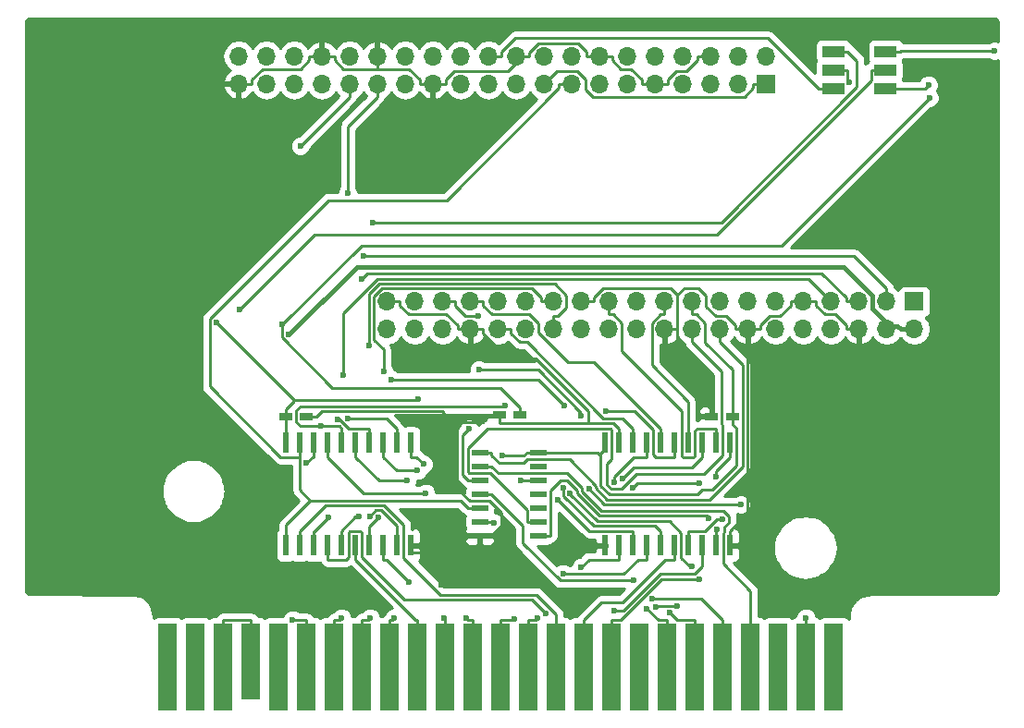
<source format=gbr>
G04 #@! TF.FileFunction,Copper,L1,Top,Mixed*
%FSLAX46Y46*%
G04 Gerber Fmt 4.6, Leading zero omitted, Abs format (unit mm)*
G04 Created by KiCad (PCBNEW 4.0.7) date 11/27/18 00:25:29*
%MOMM*%
%LPD*%
G01*
G04 APERTURE LIST*
%ADD10C,0.100000*%
%ADD11R,1.800000X8.000000*%
%ADD12R,1.800000X7.000000*%
%ADD13R,1.700000X1.700000*%
%ADD14O,1.700000X1.700000*%
%ADD15R,1.200000X0.750000*%
%ADD16R,2.000000X1.100000*%
%ADD17R,0.600000X1.950000*%
%ADD18R,1.500000X0.600000*%
%ADD19C,0.600000*%
%ADD20C,0.250000*%
%ADD21C,0.400000*%
%ADD22C,0.254000*%
G04 APERTURE END LIST*
D10*
D11*
X187949840Y-109827440D03*
X185409840Y-109827440D03*
X182869840Y-109827440D03*
X180329840Y-109827440D03*
X177789840Y-109827440D03*
X175249840Y-109827440D03*
X172709840Y-109827440D03*
X170169840Y-109827440D03*
X167629840Y-109827440D03*
X165089840Y-109827440D03*
X162549840Y-109827440D03*
X160009840Y-109827440D03*
X157469840Y-109827440D03*
X154929840Y-109827440D03*
X152389840Y-109827440D03*
X149849840Y-109827440D03*
X147309840Y-109827440D03*
X144769840Y-109827440D03*
X142229840Y-109827440D03*
X139689840Y-109827440D03*
X137149840Y-109827440D03*
D12*
X134604760Y-109334680D03*
D11*
X132069840Y-109827440D03*
X129529840Y-109827440D03*
X126989840Y-109827440D03*
D13*
X181737000Y-56388000D03*
D14*
X181737000Y-53848000D03*
X179197000Y-56388000D03*
X179197000Y-53848000D03*
X176657000Y-56388000D03*
X176657000Y-53848000D03*
X174117000Y-56388000D03*
X174117000Y-53848000D03*
X171577000Y-56388000D03*
X171577000Y-53848000D03*
X169037000Y-56388000D03*
X169037000Y-53848000D03*
X166497000Y-56388000D03*
X166497000Y-53848000D03*
X163957000Y-56388000D03*
X163957000Y-53848000D03*
X161417000Y-56388000D03*
X161417000Y-53848000D03*
X158877000Y-56388000D03*
X158877000Y-53848000D03*
X156337000Y-56388000D03*
X156337000Y-53848000D03*
X153797000Y-56388000D03*
X153797000Y-53848000D03*
X151257000Y-56388000D03*
X151257000Y-53848000D03*
X148717000Y-56388000D03*
X148717000Y-53848000D03*
X146177000Y-56388000D03*
X146177000Y-53848000D03*
X143637000Y-56388000D03*
X143637000Y-53848000D03*
X141097000Y-56388000D03*
X141097000Y-53848000D03*
X138557000Y-56388000D03*
X138557000Y-53848000D03*
X136017000Y-56388000D03*
X136017000Y-53848000D03*
X133477000Y-56388000D03*
X133477000Y-53848000D03*
D13*
X195326000Y-76327000D03*
D14*
X195326000Y-78867000D03*
X192786000Y-76327000D03*
X192786000Y-78867000D03*
X190246000Y-76327000D03*
X190246000Y-78867000D03*
X187706000Y-76327000D03*
X187706000Y-78867000D03*
X185166000Y-76327000D03*
X185166000Y-78867000D03*
X182626000Y-76327000D03*
X182626000Y-78867000D03*
X180086000Y-76327000D03*
X180086000Y-78867000D03*
X177546000Y-76327000D03*
X177546000Y-78867000D03*
X175006000Y-76327000D03*
X175006000Y-78867000D03*
X172466000Y-76327000D03*
X172466000Y-78867000D03*
X169926000Y-76327000D03*
X169926000Y-78867000D03*
X167386000Y-76327000D03*
X167386000Y-78867000D03*
X164846000Y-76327000D03*
X164846000Y-78867000D03*
X162306000Y-76327000D03*
X162306000Y-78867000D03*
X159766000Y-76327000D03*
X159766000Y-78867000D03*
X157226000Y-76327000D03*
X157226000Y-78867000D03*
X154686000Y-76327000D03*
X154686000Y-78867000D03*
X152146000Y-76327000D03*
X152146000Y-78867000D03*
X149606000Y-76327000D03*
X149606000Y-78867000D03*
X147066000Y-76327000D03*
X147066000Y-78867000D03*
D15*
X137800000Y-86868000D03*
X139700000Y-86868000D03*
X178684000Y-86868000D03*
X176784000Y-86868000D03*
X159258000Y-86741000D03*
X157358000Y-86741000D03*
D16*
X187884000Y-53418000D03*
X187884000Y-55118000D03*
X187884000Y-56818000D03*
X192684000Y-56818000D03*
X192684000Y-55118000D03*
X192684000Y-53418000D03*
D17*
X137795000Y-98680000D03*
X139065000Y-98680000D03*
X140335000Y-98680000D03*
X141605000Y-98680000D03*
X142875000Y-98680000D03*
X144145000Y-98680000D03*
X145415000Y-98680000D03*
X146685000Y-98680000D03*
X147955000Y-98680000D03*
X149225000Y-98680000D03*
X149225000Y-89280000D03*
X147955000Y-89280000D03*
X146685000Y-89280000D03*
X145415000Y-89280000D03*
X144145000Y-89280000D03*
X142875000Y-89280000D03*
X141605000Y-89280000D03*
X140335000Y-89280000D03*
X139065000Y-89280000D03*
X137795000Y-89280000D03*
D18*
X155542000Y-90170000D03*
X155542000Y-91440000D03*
X155542000Y-92710000D03*
X155542000Y-93980000D03*
X155542000Y-95250000D03*
X155542000Y-96520000D03*
X155542000Y-97790000D03*
X160942000Y-97790000D03*
X160942000Y-96520000D03*
X160942000Y-95250000D03*
X160942000Y-93980000D03*
X160942000Y-92710000D03*
X160942000Y-91440000D03*
X160942000Y-90170000D03*
D17*
X167005000Y-98680000D03*
X168275000Y-98680000D03*
X169545000Y-98680000D03*
X170815000Y-98680000D03*
X172085000Y-98680000D03*
X173355000Y-98680000D03*
X174625000Y-98680000D03*
X175895000Y-98680000D03*
X177165000Y-98680000D03*
X178435000Y-98680000D03*
X178435000Y-89280000D03*
X177165000Y-89280000D03*
X175895000Y-89280000D03*
X174625000Y-89280000D03*
X173355000Y-89280000D03*
X172085000Y-89280000D03*
X170815000Y-89280000D03*
X169545000Y-89280000D03*
X168275000Y-89280000D03*
X167005000Y-89280000D03*
D19*
X152890300Y-87187400D03*
X163427600Y-97171200D03*
X151981600Y-102303500D03*
X138069200Y-79355900D03*
X144452500Y-96069000D03*
X144715300Y-74237300D03*
X142564200Y-87123500D03*
X143022600Y-83048300D03*
X139122100Y-62078200D03*
X139692800Y-91097500D03*
X141013100Y-87773400D03*
X157868000Y-85845000D03*
X146299100Y-96109000D03*
X146752400Y-82694600D03*
X145424300Y-80358000D03*
X145498800Y-96024700D03*
X141695800Y-96125300D03*
X144948600Y-72178100D03*
X143497700Y-87048700D03*
X143454100Y-66401400D03*
X176515200Y-96159300D03*
X169620000Y-101889700D03*
X171291600Y-103561300D03*
X172945600Y-104856400D03*
X170854300Y-104472900D03*
X173587300Y-104231100D03*
X171667900Y-104354900D03*
X167121400Y-86407200D03*
X177143300Y-92373700D03*
X175623400Y-101797600D03*
X167839200Y-104633000D03*
X161579000Y-104923000D03*
X164844100Y-100668400D03*
X167838200Y-92858300D03*
X160826800Y-105316300D03*
X168639600Y-92523900D03*
X163157600Y-101246800D03*
X158739800Y-105451700D03*
X150418400Y-91239100D03*
X149844400Y-91813100D03*
X154268200Y-105327000D03*
X148848400Y-92741600D03*
X150613100Y-93894600D03*
X152301900Y-105318900D03*
X149093200Y-102068000D03*
X147737000Y-105312400D03*
X145518500Y-105305200D03*
X142888600Y-105305800D03*
X138410300Y-105477200D03*
X157580400Y-90481600D03*
X149882500Y-85301300D03*
X131442300Y-78212500D03*
X162667300Y-94487400D03*
X177270300Y-97173100D03*
X163201300Y-93371300D03*
X177765900Y-96304800D03*
X185409800Y-105311100D03*
X189397300Y-56234600D03*
X165527600Y-93504700D03*
X179444100Y-94918800D03*
X163826600Y-93877900D03*
X174997700Y-100643200D03*
X169580700Y-93389700D03*
X175627800Y-92970200D03*
X164837000Y-86818700D03*
X155460200Y-82577600D03*
X155390700Y-77625900D03*
X196622900Y-56469700D03*
X133559900Y-77026200D03*
X202683400Y-53355000D03*
X156828700Y-96592500D03*
X145718700Y-69070400D03*
X147438500Y-83466400D03*
X163271900Y-85828500D03*
X154555100Y-87978600D03*
X196706800Y-57654200D03*
X137461000Y-78427000D03*
X159266700Y-92690800D03*
D20*
X172466000Y-78867000D02*
X173641300Y-78867000D01*
X176784000Y-86868000D02*
X176784000Y-86167700D01*
X146177000Y-53848000D02*
X146177000Y-55023300D01*
X149225000Y-98680000D02*
X149225000Y-99330100D01*
X165321700Y-53480600D02*
X165321700Y-53848000D01*
X164513800Y-52672700D02*
X165321700Y-53480600D01*
X160872800Y-52672700D02*
X164513800Y-52672700D01*
X160052300Y-53493200D02*
X160872800Y-52672700D01*
X160052300Y-53848000D02*
X160052300Y-53493200D01*
X165909400Y-53848000D02*
X165321700Y-53848000D01*
X141097000Y-53848000D02*
X142272300Y-53848000D01*
X139921700Y-54215400D02*
X139921700Y-53848000D01*
X139113800Y-55023300D02*
X139921700Y-54215400D01*
X135649600Y-55023300D02*
X139113800Y-55023300D01*
X134652300Y-56020600D02*
X135649600Y-55023300D01*
X134652300Y-56388000D02*
X134652300Y-56020600D01*
X133477000Y-56388000D02*
X134652300Y-56388000D01*
X141097000Y-53848000D02*
X139921700Y-53848000D01*
X148241300Y-76694400D02*
X148241300Y-76327000D01*
X149049200Y-77502300D02*
X148241300Y-76694400D01*
X152482700Y-77502300D02*
X149049200Y-77502300D01*
X153510700Y-78530300D02*
X152482700Y-77502300D01*
X153510700Y-78867000D02*
X153510700Y-78530300D01*
X147066000Y-76327000D02*
X148241300Y-76327000D01*
X154098400Y-78867000D02*
X153510700Y-78867000D01*
X154098400Y-78867000D02*
X154686000Y-78867000D01*
X154686000Y-78867000D02*
X155861300Y-78867000D01*
X168275000Y-89280000D02*
X168275000Y-87979700D01*
X173641300Y-83025000D02*
X173641300Y-78867000D01*
X176784000Y-86167700D02*
X173641300Y-83025000D01*
X172752300Y-56020600D02*
X172752300Y-56388000D01*
X173560200Y-55212700D02*
X172752300Y-56020600D01*
X174484400Y-55212700D02*
X173560200Y-55212700D01*
X175481700Y-54215400D02*
X174484400Y-55212700D01*
X175481700Y-53848000D02*
X175481700Y-54215400D01*
X176657000Y-53848000D02*
X175481700Y-53848000D01*
X171577000Y-56388000D02*
X172752300Y-56388000D01*
X178435000Y-98680000D02*
X178435000Y-97379700D01*
X189070700Y-78499600D02*
X189070700Y-78867000D01*
X188073400Y-77502300D02*
X189070700Y-78499600D01*
X187149200Y-77502300D02*
X188073400Y-77502300D01*
X186341300Y-76694400D02*
X187149200Y-77502300D01*
X186341300Y-76327000D02*
X186341300Y-76694400D01*
X190246000Y-78867000D02*
X189070700Y-78867000D01*
X185166000Y-76327000D02*
X183990700Y-76327000D01*
X183990700Y-76694400D02*
X183990700Y-76327000D01*
X182993400Y-77691700D02*
X183990700Y-76694400D01*
X182069200Y-77691700D02*
X182993400Y-77691700D01*
X181261300Y-78499600D02*
X182069200Y-77691700D01*
X181261300Y-78867000D02*
X181261300Y-78499600D01*
X180086000Y-78867000D02*
X181261300Y-78867000D01*
X185166000Y-76327000D02*
X186341300Y-76327000D01*
X164936400Y-98680000D02*
X167005000Y-98680000D01*
X163427600Y-97171200D02*
X164936400Y-98680000D01*
X171577000Y-56388000D02*
X170401700Y-56388000D01*
X166497000Y-53848000D02*
X165909400Y-53848000D01*
X170401700Y-56020600D02*
X170401700Y-56388000D01*
X169404400Y-55023300D02*
X170401700Y-56020600D01*
X168480200Y-55023300D02*
X169404400Y-55023300D01*
X167672300Y-54215400D02*
X168480200Y-55023300D01*
X167672300Y-53848000D02*
X167672300Y-54215400D01*
X166497000Y-53848000D02*
X167672300Y-53848000D01*
X180086000Y-95728700D02*
X180086000Y-80042300D01*
X178435000Y-97379700D02*
X180086000Y-95728700D01*
X180086000Y-79454600D02*
X180086000Y-80042300D01*
X164846000Y-76327000D02*
X166021300Y-76327000D01*
X180086000Y-79454600D02*
X180086000Y-78867000D01*
X180086000Y-78867000D02*
X178910700Y-78867000D01*
X174285300Y-75106300D02*
X173641300Y-75750300D01*
X175549100Y-75106300D02*
X174285300Y-75106300D01*
X176276000Y-75833200D02*
X175549100Y-75106300D01*
X176276000Y-76792200D02*
X176276000Y-75833200D01*
X177175500Y-77691700D02*
X176276000Y-76792200D01*
X178102800Y-77691700D02*
X177175500Y-77691700D01*
X178910700Y-78499600D02*
X178102800Y-77691700D01*
X178910700Y-78867000D02*
X178910700Y-78499600D01*
X173032800Y-75141800D02*
X173641300Y-75750300D01*
X166839200Y-75141800D02*
X173032800Y-75141800D01*
X166021300Y-75959700D02*
X166839200Y-75141800D01*
X166021300Y-76327000D02*
X166021300Y-75959700D01*
X173641300Y-75750300D02*
X173641300Y-78867000D01*
X155861300Y-79223300D02*
X155861300Y-78867000D01*
X158202500Y-81564500D02*
X155861300Y-79223300D01*
X160655800Y-81564500D02*
X158202500Y-81564500D01*
X165490800Y-86399500D02*
X160655800Y-81564500D01*
X165490800Y-87468600D02*
X165490800Y-86399500D01*
X165505100Y-87482900D02*
X165490800Y-87468600D01*
X167778200Y-87482900D02*
X165505100Y-87482900D01*
X168275000Y-87979700D02*
X167778200Y-87482900D01*
X157385300Y-87468600D02*
X165490800Y-87468600D01*
X157358000Y-87441300D02*
X157385300Y-87468600D01*
X158877000Y-53848000D02*
X159464700Y-53848000D01*
X159464700Y-53848000D02*
X160052300Y-53848000D01*
X152432300Y-56020600D02*
X152432300Y-56388000D01*
X153240200Y-55212700D02*
X152432300Y-56020600D01*
X158100000Y-55212700D02*
X153240200Y-55212700D01*
X159464700Y-53848000D02*
X158100000Y-55212700D01*
X151257000Y-56388000D02*
X152432300Y-56388000D01*
X143080200Y-55023300D02*
X146177000Y-55023300D01*
X142272300Y-54215400D02*
X143080200Y-55023300D01*
X142272300Y-53848000D02*
X142272300Y-54215400D01*
X150081700Y-56020700D02*
X150081700Y-56388000D01*
X149084300Y-55023300D02*
X150081700Y-56020700D01*
X146177000Y-55023300D02*
X149084300Y-55023300D01*
X151257000Y-56388000D02*
X150081700Y-56388000D01*
X155117000Y-97790000D02*
X154466700Y-97790000D01*
X155117000Y-97790000D02*
X155542000Y-97790000D01*
X155542000Y-97790000D02*
X156617300Y-97790000D01*
X157358000Y-86741000D02*
X156432700Y-86741000D01*
X153501500Y-93457700D02*
X153501500Y-87353200D01*
X154668400Y-94624600D02*
X153501500Y-93457700D01*
X156426700Y-94624600D02*
X154668400Y-94624600D01*
X157499200Y-95697100D02*
X156426700Y-94624600D01*
X157499200Y-96908100D02*
X157499200Y-95697100D01*
X156617300Y-97790000D02*
X157499200Y-96908100D01*
X155820500Y-87353200D02*
X156432700Y-86741000D01*
X153501500Y-87353200D02*
X155820500Y-87353200D01*
X157358000Y-86741000D02*
X157358000Y-87441300D01*
X139700000Y-86868000D02*
X140625300Y-86868000D01*
X153056100Y-87353200D02*
X153501500Y-87353200D01*
X152890300Y-87187400D02*
X153056100Y-87353200D01*
X141094300Y-86399000D02*
X140625300Y-86868000D01*
X152101900Y-86399000D02*
X141094300Y-86399000D01*
X152890300Y-87187400D02*
X152101900Y-86399000D01*
X151981600Y-99330100D02*
X151981600Y-102303500D01*
X149225000Y-99330100D02*
X151981600Y-99330100D01*
X152926600Y-99330100D02*
X154466700Y-97790000D01*
X151981600Y-99330100D02*
X152926600Y-99330100D01*
D21*
X192786000Y-78867000D02*
X192786000Y-78567900D01*
X192786000Y-78567900D02*
X192786000Y-78268800D01*
X193776600Y-78567900D02*
X194075700Y-78867000D01*
X192786000Y-78567900D02*
X193776600Y-78567900D01*
X195326000Y-78867000D02*
X194075700Y-78867000D01*
X144288300Y-73136800D02*
X138069200Y-79355900D01*
X188855400Y-73136800D02*
X144288300Y-73136800D01*
X191516000Y-75797400D02*
X188855400Y-73136800D01*
X191516000Y-76998800D02*
X191516000Y-75797400D01*
X192786000Y-78268800D02*
X191516000Y-76998800D01*
D20*
X144185700Y-96069000D02*
X144452500Y-96069000D01*
X142875000Y-97379700D02*
X144185700Y-96069000D01*
X142875000Y-98680000D02*
X142875000Y-97379700D01*
X190246000Y-76327000D02*
X189070700Y-76327000D01*
X189070700Y-75959700D02*
X189070700Y-76327000D01*
X186850700Y-73739700D02*
X189070700Y-75959700D01*
X145212900Y-73739700D02*
X186850700Y-73739700D01*
X144715300Y-74237300D02*
X145212900Y-73739700D01*
X145415000Y-89280000D02*
X145415000Y-87979700D01*
X143544400Y-87979700D02*
X145415000Y-87979700D01*
X142688200Y-87123500D02*
X143544400Y-87979700D01*
X142564200Y-87123500D02*
X142688200Y-87123500D01*
X185625900Y-74246900D02*
X187706000Y-76327000D01*
X146204000Y-74246900D02*
X185625900Y-74246900D01*
X143022600Y-77428300D02*
X146204000Y-74246900D01*
X143022600Y-83048300D02*
X143022600Y-77428300D01*
X143637000Y-56388000D02*
X143637000Y-57563300D01*
X139122100Y-62078200D02*
X143637000Y-57563300D01*
X140210000Y-90580300D02*
X139692800Y-91097500D01*
X140335000Y-90580300D02*
X140210000Y-90580300D01*
X140335000Y-89280000D02*
X140335000Y-90580300D01*
X142875000Y-89280000D02*
X142875000Y-87979700D01*
X142668700Y-87773400D02*
X141013100Y-87773400D01*
X142875000Y-87979700D02*
X142668700Y-87773400D01*
X157775400Y-85937600D02*
X157868000Y-85845000D01*
X139131800Y-85937600D02*
X157775400Y-85937600D01*
X138761000Y-86308400D02*
X139131800Y-85937600D01*
X138761000Y-87420800D02*
X138761000Y-86308400D01*
X139113600Y-87773400D02*
X138761000Y-87420800D01*
X141013100Y-87773400D02*
X139113600Y-87773400D01*
X145415000Y-96993100D02*
X146299100Y-96109000D01*
X145415000Y-98680000D02*
X145415000Y-96993100D01*
X162306000Y-76327000D02*
X161130700Y-76327000D01*
X161130700Y-75959600D02*
X161130700Y-76327000D01*
X160322800Y-75151700D02*
X161130700Y-75959600D01*
X146573000Y-75151700D02*
X160322800Y-75151700D01*
X145874700Y-75850000D02*
X146573000Y-75151700D01*
X145874700Y-79867500D02*
X145874700Y-75850000D01*
X146752400Y-80745200D02*
X145874700Y-79867500D01*
X146752400Y-82694600D02*
X146752400Y-80745200D01*
X162306000Y-78867000D02*
X162306000Y-77691700D01*
X162673400Y-77691700D02*
X162306000Y-77691700D01*
X163481300Y-76883800D02*
X162673400Y-77691700D01*
X163481300Y-75752800D02*
X163481300Y-76883800D01*
X162426100Y-74697600D02*
X163481300Y-75752800D01*
X146390200Y-74697600D02*
X162426100Y-74697600D01*
X145424300Y-75663500D02*
X146390200Y-74697600D01*
X145424300Y-80358000D02*
X145424300Y-75663500D01*
X146048400Y-95475100D02*
X145498800Y-96024700D01*
X146550500Y-95475100D02*
X146048400Y-95475100D01*
X147955000Y-96879600D02*
X146550500Y-95475100D01*
X147955000Y-98680000D02*
X147955000Y-96879600D01*
X140335000Y-98680000D02*
X140335000Y-97379700D01*
X140441400Y-97379700D02*
X140335000Y-97379700D01*
X141695800Y-96125300D02*
X140441400Y-97379700D01*
X189812400Y-72178100D02*
X192786000Y-75151700D01*
X144948600Y-72178100D02*
X189812400Y-72178100D01*
X192786000Y-76327000D02*
X192786000Y-75151700D01*
X147024000Y-87048700D02*
X147955000Y-87979700D01*
X143497700Y-87048700D02*
X147024000Y-87048700D01*
X147955000Y-89280000D02*
X147955000Y-87979700D01*
X143454100Y-60286200D02*
X146177000Y-57563300D01*
X143454100Y-66401400D02*
X143454100Y-60286200D01*
X146177000Y-56388000D02*
X146177000Y-57563300D01*
X160942000Y-97790000D02*
X162017300Y-97790000D01*
X176341500Y-95985600D02*
X176515200Y-96159300D01*
X166487300Y-95985600D02*
X176341500Y-95985600D01*
X164452000Y-93950300D02*
X166487300Y-95985600D01*
X164452000Y-93617100D02*
X164452000Y-93950300D01*
X163568200Y-92733300D02*
X164452000Y-93617100D01*
X162955000Y-92733300D02*
X163568200Y-92733300D01*
X162017300Y-93671000D02*
X162955000Y-92733300D01*
X162017300Y-97790000D02*
X162017300Y-93671000D01*
X155542000Y-91440000D02*
X156617300Y-91440000D01*
X180329800Y-102898200D02*
X180329800Y-109827400D01*
X177809600Y-100378000D02*
X180329800Y-102898200D01*
X177809600Y-97518200D02*
X177809600Y-100378000D01*
X177895600Y-97432200D02*
X177809600Y-97518200D01*
X177895600Y-97059400D02*
X177895600Y-97432200D01*
X177895700Y-97059400D02*
X177895600Y-97059400D01*
X178391200Y-96563900D02*
X177895700Y-97059400D01*
X178391200Y-96045700D02*
X178391200Y-96563900D01*
X177879400Y-95533900D02*
X178391200Y-96045700D01*
X166672500Y-95533900D02*
X177879400Y-95533900D01*
X164902300Y-93763700D02*
X166672500Y-95533900D01*
X164902300Y-93430400D02*
X164902300Y-93763700D01*
X163537200Y-92065300D02*
X164902300Y-93430400D01*
X157242600Y-92065300D02*
X163537200Y-92065300D01*
X156617300Y-91440000D02*
X157242600Y-92065300D01*
X177789800Y-109827400D02*
X177789800Y-105502100D01*
X155542000Y-93980000D02*
X156617300Y-93980000D01*
X175849000Y-103561300D02*
X171291600Y-103561300D01*
X177789800Y-105502100D02*
X175849000Y-103561300D01*
X162916200Y-101889700D02*
X169620000Y-101889700D01*
X159475600Y-98449100D02*
X162916200Y-101889700D01*
X159475600Y-96838300D02*
X159475600Y-98449100D01*
X156617300Y-93980000D02*
X159475600Y-96838300D01*
X173591300Y-105502100D02*
X175249800Y-105502100D01*
X172945600Y-104856400D02*
X173591300Y-105502100D01*
X175249800Y-109827400D02*
X175249800Y-105502100D01*
X172709800Y-109827400D02*
X172709800Y-105502100D01*
X171883500Y-105502100D02*
X172709800Y-105502100D01*
X170854300Y-104472900D02*
X171883500Y-105502100D01*
X171791700Y-104231100D02*
X173587300Y-104231100D01*
X171667900Y-104354900D02*
X171791700Y-104231100D01*
X173355000Y-89280000D02*
X173355000Y-90580300D01*
X169746500Y-86407200D02*
X167121400Y-86407200D01*
X171448000Y-88108700D02*
X169746500Y-86407200D01*
X171448000Y-90378200D02*
X171448000Y-88108700D01*
X171650100Y-90580300D02*
X171448000Y-90378200D01*
X173355000Y-90580300D02*
X171650100Y-90580300D01*
X167629800Y-109827400D02*
X167629800Y-105502100D01*
X178435000Y-89280000D02*
X178435000Y-90580300D01*
X168466400Y-105502100D02*
X167629800Y-105502100D01*
X172170900Y-101797600D02*
X168466400Y-105502100D01*
X175623400Y-101797600D02*
X172170900Y-101797600D01*
X177143300Y-91872000D02*
X177143300Y-92373700D01*
X178435000Y-90580300D02*
X177143300Y-91872000D01*
X175895000Y-98680000D02*
X175895000Y-99980300D01*
X168698300Y-104633000D02*
X167839200Y-104633000D01*
X172062800Y-101268500D02*
X168698300Y-104633000D01*
X175256800Y-101268500D02*
X172062800Y-101268500D01*
X175895000Y-100630300D02*
X175256800Y-101268500D01*
X175895000Y-99980300D02*
X175895000Y-100630300D01*
X166670900Y-103921000D02*
X165089800Y-105502100D01*
X168608500Y-103921000D02*
X166670900Y-103921000D01*
X172549200Y-99980300D02*
X168608500Y-103921000D01*
X173355000Y-99980300D02*
X172549200Y-99980300D01*
X173355000Y-98680000D02*
X173355000Y-99980300D01*
X165089800Y-109827400D02*
X165089800Y-105502100D01*
X160293700Y-103637700D02*
X161579000Y-104923000D01*
X148618300Y-103637700D02*
X160293700Y-103637700D01*
X144770400Y-99789800D02*
X148618300Y-103637700D01*
X144770400Y-97520700D02*
X144770400Y-99789800D01*
X144629300Y-97379600D02*
X144770400Y-97520700D01*
X143641100Y-97379600D02*
X144629300Y-97379600D01*
X143512000Y-97508700D02*
X143641100Y-97379600D01*
X143512000Y-99778100D02*
X143512000Y-97508700D01*
X143309800Y-99980300D02*
X143512000Y-99778100D01*
X141605000Y-99980300D02*
X143309800Y-99980300D01*
X141605000Y-98680000D02*
X141605000Y-99980300D01*
X139065000Y-98680000D02*
X139065000Y-97379700D01*
X162549800Y-109827400D02*
X162549800Y-105502100D01*
X141424400Y-95020300D02*
X139065000Y-97379700D01*
X146802200Y-95020300D02*
X141424400Y-95020300D01*
X148580400Y-96798500D02*
X146802200Y-95020300D01*
X148580400Y-99798400D02*
X148580400Y-96798500D01*
X151969300Y-103187300D02*
X148580400Y-99798400D01*
X160732900Y-103187300D02*
X151969300Y-103187300D01*
X162549800Y-105004200D02*
X160732900Y-103187300D01*
X162549800Y-105502100D02*
X162549800Y-105004200D01*
X168275000Y-98680000D02*
X168275000Y-99980300D01*
X165532200Y-99980300D02*
X164844100Y-100668400D01*
X168275000Y-99980300D02*
X165532200Y-99980300D01*
X160009800Y-109827400D02*
X160009800Y-105502100D01*
X160641000Y-105502100D02*
X160009800Y-105502100D01*
X160826800Y-105316300D02*
X160641000Y-105502100D01*
X170815000Y-89280000D02*
X170815000Y-90580300D01*
X167838200Y-92412400D02*
X167838200Y-92858300D01*
X169670300Y-90580300D02*
X167838200Y-92412400D01*
X170815000Y-90580300D02*
X169670300Y-90580300D01*
X175895000Y-89280000D02*
X175895000Y-90580300D01*
X169653700Y-91509800D02*
X168639600Y-92523900D01*
X169653700Y-91509700D02*
X169653700Y-91509800D01*
X174965600Y-91509700D02*
X169653700Y-91509700D01*
X175895000Y-90580300D02*
X174965600Y-91509700D01*
X158689400Y-105502100D02*
X157469800Y-105502100D01*
X158739800Y-105451700D02*
X158689400Y-105502100D01*
X157469800Y-109827400D02*
X157469800Y-105502100D01*
X170815000Y-98680000D02*
X170815000Y-99980300D01*
X170061900Y-99980300D02*
X170815000Y-99980300D01*
X168735600Y-101306600D02*
X170061900Y-99980300D01*
X163217400Y-101306600D02*
X168735600Y-101306600D01*
X163157600Y-101246800D02*
X163217400Y-101306600D01*
X149225000Y-89280000D02*
X149225000Y-90580300D01*
X149759600Y-90580300D02*
X150418400Y-91239100D01*
X149225000Y-90580300D02*
X149759600Y-90580300D01*
X147917800Y-91813100D02*
X149844400Y-91813100D01*
X146685000Y-90580300D02*
X147917800Y-91813100D01*
X154929800Y-109827400D02*
X154929800Y-105502100D01*
X154443300Y-105502100D02*
X154929800Y-105502100D01*
X154268200Y-105327000D02*
X154443300Y-105502100D01*
X146685000Y-89280000D02*
X146685000Y-90580300D01*
X146306300Y-92741600D02*
X148848400Y-92741600D01*
X144145000Y-90580300D02*
X146306300Y-92741600D01*
X144145000Y-89280000D02*
X144145000Y-90580300D01*
X152389800Y-109827400D02*
X152389800Y-105502100D01*
X141605000Y-89280000D02*
X141605000Y-90580300D01*
X152301900Y-105414200D02*
X152301900Y-105318900D01*
X152389800Y-105502100D02*
X152301900Y-105414200D01*
X144919300Y-93894600D02*
X150613100Y-93894600D01*
X141605000Y-90580300D02*
X144919300Y-93894600D01*
X147005500Y-99980300D02*
X149093200Y-102068000D01*
X146685000Y-99980300D02*
X147005500Y-99980300D01*
X146685000Y-98680000D02*
X146685000Y-99980300D01*
X149666800Y-105502100D02*
X149849800Y-105502100D01*
X144145000Y-99980300D02*
X149666800Y-105502100D01*
X144145000Y-98680000D02*
X144145000Y-99980300D01*
X149849800Y-109827400D02*
X149849800Y-105502100D01*
X147309800Y-109827400D02*
X147309800Y-105502100D01*
X147547300Y-105502100D02*
X147737000Y-105312400D01*
X147309800Y-105502100D02*
X147547300Y-105502100D01*
X144769800Y-109827400D02*
X144769800Y-105502100D01*
X145321600Y-105502100D02*
X144769800Y-105502100D01*
X145518500Y-105305200D02*
X145321600Y-105502100D01*
X142229800Y-109827400D02*
X142229800Y-105502100D01*
X142692300Y-105502100D02*
X142229800Y-105502100D01*
X142888600Y-105305800D02*
X142692300Y-105502100D01*
X138435200Y-105502100D02*
X139689800Y-105502100D01*
X138410300Y-105477200D02*
X138435200Y-105502100D01*
X139689800Y-109827400D02*
X139689800Y-105502100D01*
X137795000Y-87573300D02*
X137795000Y-89280000D01*
X137800000Y-87568300D02*
X137795000Y-87573300D01*
X137800000Y-86868000D02*
X137800000Y-87568300D01*
X160942000Y-90170000D02*
X162017300Y-90170000D01*
X167005000Y-89280000D02*
X167005000Y-89882800D01*
X160942000Y-90170000D02*
X159866700Y-90170000D01*
X180561700Y-56755400D02*
X180561700Y-56388000D01*
X179753800Y-57563300D02*
X180561700Y-56755400D01*
X165913500Y-57563300D02*
X179753800Y-57563300D01*
X165227000Y-56876800D02*
X165913500Y-57563300D01*
X165227000Y-55993800D02*
X165227000Y-56876800D01*
X164445800Y-55212600D02*
X165227000Y-55993800D01*
X162592400Y-55212600D02*
X164445800Y-55212600D01*
X161417000Y-56388000D02*
X162592400Y-55212600D01*
X181737000Y-56388000D02*
X180561700Y-56388000D01*
X137800000Y-86868000D02*
X137800000Y-86167700D01*
X175006000Y-76327000D02*
X175006000Y-77502300D01*
X159555100Y-90481600D02*
X157580400Y-90481600D01*
X159866700Y-90170000D02*
X159555100Y-90481600D01*
X178684000Y-82600600D02*
X178684000Y-86868000D01*
X176181300Y-80097900D02*
X178684000Y-82600600D01*
X176181300Y-78310200D02*
X176181300Y-80097900D01*
X175373400Y-77502300D02*
X176181300Y-78310200D01*
X175006000Y-77502300D02*
X175373400Y-77502300D01*
X167005000Y-89882800D02*
X166519600Y-90368200D01*
X178684000Y-87603200D02*
X178684000Y-86868000D01*
X179060400Y-87979600D02*
X178684000Y-87603200D01*
X179060400Y-91357700D02*
X179060400Y-87979600D01*
X176850200Y-93567900D02*
X179060400Y-91357700D01*
X175924600Y-93567900D02*
X176850200Y-93567900D01*
X175474300Y-94018200D02*
X175924600Y-93567900D01*
X167406700Y-94018200D02*
X175474300Y-94018200D01*
X166603300Y-93214800D02*
X167406700Y-94018200D01*
X166603300Y-90452000D02*
X166603300Y-93214800D01*
X166519600Y-90368200D02*
X166603300Y-90452000D01*
X166321200Y-90170000D02*
X162017300Y-90170000D01*
X166420300Y-90269100D02*
X166321200Y-90170000D01*
X166420400Y-90269100D02*
X166420300Y-90269100D01*
X166519600Y-90368200D02*
X166420400Y-90269100D01*
X138537000Y-85430700D02*
X137800000Y-86167700D01*
X138537000Y-85379700D02*
X138537000Y-85430700D01*
X131442300Y-78285000D02*
X131442300Y-78212500D01*
X138537000Y-85379700D02*
X131442300Y-78285000D01*
X149804100Y-85379700D02*
X149882500Y-85301300D01*
X138537000Y-85379700D02*
X149804100Y-85379700D01*
X169545000Y-98680000D02*
X169545000Y-97379700D01*
X165559600Y-97379700D02*
X162667300Y-94487400D01*
X169545000Y-97379700D02*
X165559600Y-97379700D01*
X172098600Y-77502300D02*
X172466000Y-77502300D01*
X171290700Y-78310200D02*
X172098600Y-77502300D01*
X171290700Y-82177800D02*
X171290700Y-78310200D01*
X174625000Y-85512100D02*
X171290700Y-82177800D01*
X174625000Y-89280000D02*
X174625000Y-85512100D01*
X172466000Y-76327000D02*
X172466000Y-77502300D01*
X167753400Y-77502300D02*
X167386000Y-77502300D01*
X168561300Y-78310200D02*
X167753400Y-77502300D01*
X168561300Y-80910300D02*
X168561300Y-78310200D01*
X173999600Y-86348600D02*
X168561300Y-80910300D01*
X173999600Y-90439300D02*
X173999600Y-86348600D01*
X174140700Y-90580400D02*
X173999600Y-90439300D01*
X175128900Y-90580400D02*
X174140700Y-90580400D01*
X175258000Y-90451300D02*
X175128900Y-90580400D01*
X175258000Y-88181900D02*
X175258000Y-90451300D01*
X175460200Y-87979700D02*
X175258000Y-88181900D01*
X177165000Y-87979700D02*
X175460200Y-87979700D01*
X177165000Y-89280000D02*
X177165000Y-87979700D01*
X167386000Y-76327000D02*
X167386000Y-77502300D01*
X177165000Y-98680000D02*
X177165000Y-97379700D01*
X177165000Y-97278400D02*
X177270300Y-97173100D01*
X177165000Y-97379700D02*
X177165000Y-97278400D01*
X169545000Y-89280000D02*
X169545000Y-87979700D01*
X157226000Y-78867000D02*
X158401300Y-78867000D01*
X158401300Y-79234400D02*
X158401300Y-78867000D01*
X159209200Y-80042300D02*
X158401300Y-79234400D01*
X159872200Y-80042300D02*
X159209200Y-80042300D01*
X166862400Y-87032500D02*
X159872200Y-80042300D01*
X168597800Y-87032500D02*
X166862400Y-87032500D01*
X169545000Y-87979700D02*
X168597800Y-87032500D01*
X172085000Y-98680000D02*
X172085000Y-97379700D01*
X171591500Y-96886200D02*
X172085000Y-97379700D01*
X165950600Y-96886200D02*
X171591500Y-96886200D01*
X163201300Y-94136900D02*
X165950600Y-96886200D01*
X163201300Y-93371300D02*
X163201300Y-94136900D01*
X172085000Y-89280000D02*
X172085000Y-87979700D01*
X154686000Y-76327000D02*
X155861300Y-76327000D01*
X155861300Y-76694400D02*
X155861300Y-76327000D01*
X156669200Y-77502300D02*
X155861300Y-76694400D01*
X160077600Y-77502300D02*
X156669200Y-77502300D01*
X160941400Y-78366100D02*
X160077600Y-77502300D01*
X160941400Y-79190900D02*
X160941400Y-78366100D01*
X163606200Y-81855700D02*
X160941400Y-79190900D01*
X165961000Y-81855700D02*
X163606200Y-81855700D01*
X172085000Y-87979700D02*
X165961000Y-81855700D01*
X174625000Y-98680000D02*
X174625000Y-97379700D01*
X177254100Y-96304800D02*
X177765900Y-96304800D01*
X176179200Y-97379700D02*
X177254100Y-96304800D01*
X174625000Y-97379700D02*
X176179200Y-97379700D01*
X185409800Y-105311100D02*
X185409800Y-109827400D01*
X187884000Y-55118000D02*
X189209300Y-55118000D01*
X189209300Y-56046600D02*
X189209300Y-55118000D01*
X189397300Y-56234600D02*
X189209300Y-56046600D01*
X166941700Y-94918800D02*
X179444100Y-94918800D01*
X165527600Y-93504700D02*
X166941700Y-94918800D01*
X134597500Y-105502100D02*
X134604800Y-105509400D01*
X132069800Y-105502100D02*
X134597500Y-105502100D01*
X132069800Y-109827400D02*
X132069800Y-105502100D01*
X134604800Y-109334700D02*
X134604800Y-105509400D01*
X174820400Y-100643200D02*
X174997700Y-100643200D01*
X173980400Y-99803200D02*
X174820400Y-100643200D01*
X173980400Y-97516200D02*
X173980400Y-99803200D01*
X172900100Y-96435900D02*
X173980400Y-97516200D01*
X166300700Y-96435900D02*
X172900100Y-96435900D01*
X163826600Y-93961800D02*
X166300700Y-96435900D01*
X163826600Y-93877900D02*
X163826600Y-93961800D01*
X170000200Y-92970200D02*
X175627800Y-92970200D01*
X169580700Y-93389700D02*
X170000200Y-92970200D01*
X155542000Y-90170000D02*
X156617300Y-90170000D01*
X177546000Y-78867000D02*
X177546000Y-80042300D01*
X179609400Y-82105700D02*
X177546000Y-80042300D01*
X179609400Y-91445600D02*
X179609400Y-82105700D01*
X176586500Y-94468500D02*
X179609400Y-91445600D01*
X167203800Y-94468500D02*
X176586500Y-94468500D01*
X166153000Y-93417700D02*
X167203800Y-94468500D01*
X166153000Y-93199200D02*
X166153000Y-93417700D01*
X163768400Y-90814600D02*
X166153000Y-93199200D01*
X159859000Y-90814600D02*
X163768400Y-90814600D01*
X159564600Y-91109000D02*
X159859000Y-90814600D01*
X157321800Y-91109000D02*
X159564600Y-91109000D01*
X156617300Y-90404500D02*
X157321800Y-91109000D01*
X156617300Y-90170000D02*
X156617300Y-90404500D01*
X160942000Y-96520000D02*
X159866700Y-96520000D01*
X175006000Y-78867000D02*
X175006000Y-80042300D01*
X159866700Y-95442700D02*
X159866700Y-96520000D01*
X156508600Y-92084600D02*
X159866700Y-95442700D01*
X154594300Y-92084600D02*
X156508600Y-92084600D01*
X154466700Y-91957000D02*
X154594300Y-92084600D01*
X154466700Y-89735200D02*
X154466700Y-91957000D01*
X156258400Y-87943500D02*
X154466700Y-89735200D01*
X167474200Y-87943500D02*
X156258400Y-87943500D01*
X167630400Y-88099700D02*
X167474200Y-87943500D01*
X167630400Y-90773000D02*
X167630400Y-88099700D01*
X167212800Y-91190600D02*
X167630400Y-90773000D01*
X167212800Y-93117400D02*
X167212800Y-91190600D01*
X167580900Y-93485500D02*
X167212800Y-93117400D01*
X168562500Y-93485500D02*
X167580900Y-93485500D01*
X169917900Y-92130100D02*
X168562500Y-93485500D01*
X176072800Y-92130100D02*
X169917900Y-92130100D01*
X177790400Y-90412500D02*
X176072800Y-92130100D01*
X177790400Y-87636900D02*
X177790400Y-90412500D01*
X177709300Y-87555800D02*
X177790400Y-87636900D01*
X177709300Y-82745600D02*
X177709300Y-87555800D01*
X175006000Y-80042300D02*
X177709300Y-82745600D01*
X152146000Y-76327000D02*
X153321300Y-76327000D01*
X153321300Y-76694400D02*
X153321300Y-76327000D01*
X154252800Y-77625900D02*
X153321300Y-76694400D01*
X155390700Y-77625900D02*
X154252800Y-77625900D01*
X160905400Y-82577600D02*
X155460200Y-82577600D01*
X164837000Y-86509200D02*
X160905400Y-82577600D01*
X164837000Y-86818700D02*
X164837000Y-86509200D01*
X196274600Y-56818000D02*
X196622900Y-56469700D01*
X192684000Y-56818000D02*
X196274600Y-56818000D01*
X192684000Y-55118000D02*
X191358700Y-55118000D01*
X191358700Y-56106300D02*
X191358700Y-55118000D01*
X177278200Y-70186800D02*
X191358700Y-56106300D01*
X140399300Y-70186800D02*
X177278200Y-70186800D01*
X133559900Y-77026200D02*
X140399300Y-70186800D01*
X194072300Y-53355000D02*
X202683400Y-53355000D01*
X194009300Y-53418000D02*
X194072300Y-53355000D01*
X192684000Y-53418000D02*
X194009300Y-53418000D01*
X156689800Y-96592500D02*
X156828700Y-96592500D01*
X156617300Y-96520000D02*
X156689800Y-96592500D01*
X155542000Y-96520000D02*
X156617300Y-96520000D01*
X190062500Y-54271200D02*
X189209300Y-53418000D01*
X190062500Y-56688800D02*
X190062500Y-54271200D01*
X177680900Y-69070400D02*
X190062500Y-56688800D01*
X145718700Y-69070400D02*
X177680900Y-69070400D01*
X187884000Y-53418000D02*
X189209300Y-53418000D01*
X187884000Y-56818000D02*
X186558700Y-56818000D01*
X157512300Y-53480700D02*
X157512300Y-53848000D01*
X158787400Y-52205600D02*
X157512300Y-53480700D01*
X181946300Y-52205600D02*
X158787400Y-52205600D01*
X186558700Y-56818000D02*
X181946300Y-52205600D01*
X156337000Y-53848000D02*
X157512300Y-53848000D01*
X160909800Y-83466400D02*
X163271900Y-85828500D01*
X147438500Y-83466400D02*
X160909800Y-83466400D01*
X153980000Y-88553700D02*
X154555100Y-87978600D01*
X153980000Y-92223300D02*
X153980000Y-88553700D01*
X154466700Y-92710000D02*
X153980000Y-92223300D01*
X155542000Y-92710000D02*
X154466700Y-92710000D01*
X155542000Y-95250000D02*
X154466700Y-95250000D01*
X137795000Y-98680000D02*
X137795000Y-97379700D01*
X139065000Y-89280000D02*
X139065000Y-90580300D01*
X163957000Y-56388000D02*
X162781700Y-56388000D01*
X137278200Y-90580300D02*
X139065000Y-90580300D01*
X130817000Y-84119100D02*
X137278200Y-90580300D01*
X130817000Y-77928400D02*
X130817000Y-84119100D01*
X141712200Y-67033200D02*
X130817000Y-77928400D01*
X152503900Y-67033200D02*
X141712200Y-67033200D01*
X162781700Y-56755400D02*
X152503900Y-67033200D01*
X162781700Y-56388000D02*
X162781700Y-56755400D01*
X139065000Y-93611200D02*
X139065000Y-90580300D01*
X140023700Y-94569900D02*
X139065000Y-93611200D01*
X137795000Y-96798600D02*
X137795000Y-97379700D01*
X140023700Y-94569900D02*
X137795000Y-96798600D01*
X153786600Y-94569900D02*
X140023700Y-94569900D01*
X154466700Y-95250000D02*
X153786600Y-94569900D01*
X159258000Y-86741000D02*
X159258000Y-86040700D01*
X144697300Y-71190700D02*
X137461000Y-78427000D01*
X183170300Y-71190700D02*
X144697300Y-71190700D01*
X196706800Y-57654200D02*
X183170300Y-71190700D01*
X137440500Y-78447500D02*
X137461000Y-78427000D01*
X137440500Y-79628900D02*
X137440500Y-78447500D01*
X142036200Y-84224600D02*
X137440500Y-79628900D01*
X157441900Y-84224600D02*
X142036200Y-84224600D01*
X159258000Y-86040700D02*
X157441900Y-84224600D01*
X160942000Y-92710000D02*
X159866700Y-92710000D01*
X159847500Y-92690800D02*
X159266700Y-92690800D01*
X159866700Y-92710000D02*
X159847500Y-92690800D01*
D22*
G36*
X202153073Y-54147192D02*
X202496601Y-54289838D01*
X202868567Y-54290162D01*
X202998000Y-54236682D01*
X202998000Y-102673069D01*
X202952189Y-102903378D01*
X202861341Y-103039342D01*
X202725377Y-103130189D01*
X202495073Y-103176000D01*
X191223900Y-103176000D01*
X191155313Y-103189643D01*
X191085385Y-103189643D01*
X190647978Y-103276649D01*
X190478474Y-103346860D01*
X190392038Y-103382663D01*
X190021222Y-103630433D01*
X189905189Y-103746467D01*
X189825333Y-103826323D01*
X189577562Y-104197138D01*
X189540713Y-104286101D01*
X189471548Y-104453079D01*
X189384543Y-104890485D01*
X189384543Y-104960413D01*
X189370900Y-105029000D01*
X189370900Y-105464533D01*
X189313930Y-105375999D01*
X189101730Y-105231009D01*
X188849840Y-105180000D01*
X187049840Y-105180000D01*
X186814523Y-105224278D01*
X186679263Y-105311316D01*
X186561730Y-105231009D01*
X186344909Y-105187102D01*
X186344962Y-105125933D01*
X186202917Y-104782157D01*
X185940127Y-104518908D01*
X185596599Y-104376262D01*
X185224633Y-104375938D01*
X184880857Y-104517983D01*
X184617608Y-104780773D01*
X184474962Y-105124301D01*
X184474908Y-105186573D01*
X184274523Y-105224278D01*
X184139263Y-105311316D01*
X184021730Y-105231009D01*
X183769840Y-105180000D01*
X181969840Y-105180000D01*
X181734523Y-105224278D01*
X181599263Y-105311316D01*
X181481730Y-105231009D01*
X181229840Y-105180000D01*
X181089800Y-105180000D01*
X181089800Y-102898200D01*
X181031948Y-102607361D01*
X180867201Y-102360799D01*
X178796402Y-100290000D01*
X178861310Y-100290000D01*
X179094699Y-100193327D01*
X179273327Y-100014698D01*
X179370000Y-99781309D01*
X179370000Y-98965750D01*
X179299150Y-98894900D01*
X182375734Y-98894900D01*
X182448323Y-99259830D01*
X182448141Y-99468784D01*
X182528639Y-99663605D01*
X182601665Y-100030730D01*
X182807807Y-100339244D01*
X182886430Y-100529526D01*
X183033167Y-100676519D01*
X183245060Y-100993640D01*
X183559411Y-101203683D01*
X183697285Y-101341797D01*
X183879108Y-101417297D01*
X184207970Y-101637035D01*
X184592497Y-101713522D01*
X184757260Y-101781938D01*
X184937235Y-101782095D01*
X185343800Y-101862966D01*
X185746816Y-101782801D01*
X185904984Y-101782939D01*
X186052454Y-101722006D01*
X186479630Y-101637035D01*
X186838608Y-101397174D01*
X186965726Y-101344650D01*
X187063925Y-101246622D01*
X187442540Y-100993640D01*
X187693313Y-100618332D01*
X187777997Y-100533795D01*
X187824289Y-100422311D01*
X188085935Y-100030730D01*
X188177010Y-99572868D01*
X188218138Y-99473820D01*
X188218232Y-99365627D01*
X188311866Y-98894900D01*
X188219050Y-98428283D01*
X188219139Y-98326096D01*
X188179772Y-98230821D01*
X188085935Y-97759070D01*
X187821045Y-97362634D01*
X187780850Y-97265354D01*
X187705832Y-97190205D01*
X187442540Y-96796160D01*
X187051936Y-96535167D01*
X186969995Y-96453083D01*
X186861934Y-96408212D01*
X186479630Y-96152765D01*
X186032615Y-96063848D01*
X185910020Y-96012942D01*
X185776106Y-96012825D01*
X185343800Y-95926834D01*
X184915268Y-96012074D01*
X184762296Y-96011941D01*
X184619671Y-96070873D01*
X184207970Y-96152765D01*
X183861997Y-96383936D01*
X183701554Y-96450230D01*
X183577611Y-96573957D01*
X183245060Y-96796160D01*
X183024797Y-97125807D01*
X182889283Y-97261085D01*
X182815205Y-97439485D01*
X182601665Y-97759070D01*
X182527335Y-98132750D01*
X182449142Y-98321060D01*
X182448963Y-98526756D01*
X182375734Y-98894900D01*
X179299150Y-98894900D01*
X179211250Y-98807000D01*
X178569600Y-98807000D01*
X178569600Y-98553000D01*
X179211250Y-98553000D01*
X179370000Y-98394250D01*
X179370000Y-97578691D01*
X179273327Y-97345302D01*
X179094699Y-97166673D01*
X178930395Y-97098616D01*
X179093348Y-96854739D01*
X179151200Y-96563900D01*
X179151200Y-96045700D01*
X179100004Y-95788322D01*
X179257301Y-95853638D01*
X179629267Y-95853962D01*
X179973043Y-95711917D01*
X180236292Y-95449127D01*
X180378938Y-95105599D01*
X180379262Y-94733633D01*
X180237217Y-94389857D01*
X179974427Y-94126608D01*
X179630899Y-93983962D01*
X179258933Y-93983638D01*
X178915157Y-94125683D01*
X178881982Y-94158800D01*
X177971002Y-94158800D01*
X180146801Y-91983001D01*
X180311548Y-91736440D01*
X180369400Y-91445600D01*
X180369400Y-82105700D01*
X180328778Y-81901483D01*
X180311548Y-81814860D01*
X180146801Y-81568299D01*
X178553250Y-79974748D01*
X178596054Y-79946147D01*
X178823702Y-79605447D01*
X178890817Y-79748358D01*
X179319076Y-80138645D01*
X179729110Y-80308476D01*
X179959000Y-80187155D01*
X179959000Y-78994000D01*
X179939000Y-78994000D01*
X179939000Y-78740000D01*
X179959000Y-78740000D01*
X179959000Y-78720000D01*
X180213000Y-78720000D01*
X180213000Y-78740000D01*
X180233000Y-78740000D01*
X180233000Y-78994000D01*
X180213000Y-78994000D01*
X180213000Y-80187155D01*
X180442890Y-80308476D01*
X180852924Y-80138645D01*
X181281183Y-79748358D01*
X181348298Y-79605447D01*
X181575946Y-79946147D01*
X182057715Y-80268054D01*
X182626000Y-80381093D01*
X183194285Y-80268054D01*
X183676054Y-79946147D01*
X183896000Y-79616974D01*
X184115946Y-79946147D01*
X184597715Y-80268054D01*
X185166000Y-80381093D01*
X185734285Y-80268054D01*
X186216054Y-79946147D01*
X186436000Y-79616974D01*
X186655946Y-79946147D01*
X187137715Y-80268054D01*
X187706000Y-80381093D01*
X188274285Y-80268054D01*
X188756054Y-79946147D01*
X188983702Y-79605447D01*
X189050817Y-79748358D01*
X189479076Y-80138645D01*
X189889110Y-80308476D01*
X190119000Y-80187155D01*
X190119000Y-78994000D01*
X190099000Y-78994000D01*
X190099000Y-78740000D01*
X190119000Y-78740000D01*
X190119000Y-78720000D01*
X190373000Y-78720000D01*
X190373000Y-78740000D01*
X190393000Y-78740000D01*
X190393000Y-78994000D01*
X190373000Y-78994000D01*
X190373000Y-80187155D01*
X190602890Y-80308476D01*
X191012924Y-80138645D01*
X191441183Y-79748358D01*
X191508298Y-79605447D01*
X191735946Y-79946147D01*
X192217715Y-80268054D01*
X192786000Y-80381093D01*
X193354285Y-80268054D01*
X193836054Y-79946147D01*
X194008164Y-79688566D01*
X194075700Y-79702000D01*
X194112813Y-79702000D01*
X194275946Y-79946147D01*
X194757715Y-80268054D01*
X195326000Y-80381093D01*
X195894285Y-80268054D01*
X196376054Y-79946147D01*
X196697961Y-79464378D01*
X196811000Y-78896093D01*
X196811000Y-78837907D01*
X196697961Y-78269622D01*
X196376054Y-77787853D01*
X196374821Y-77787029D01*
X196411317Y-77780162D01*
X196627441Y-77641090D01*
X196772431Y-77428890D01*
X196823440Y-77177000D01*
X196823440Y-75477000D01*
X196779162Y-75241683D01*
X196640090Y-75025559D01*
X196427890Y-74880569D01*
X196176000Y-74829560D01*
X194476000Y-74829560D01*
X194240683Y-74873838D01*
X194024559Y-75012910D01*
X193879569Y-75225110D01*
X193865914Y-75292541D01*
X193836054Y-75247853D01*
X193523598Y-75039077D01*
X193488148Y-74860861D01*
X193488148Y-74860860D01*
X193323401Y-74614299D01*
X190349801Y-71640699D01*
X190103239Y-71475952D01*
X189812400Y-71418100D01*
X184017702Y-71418100D01*
X196846480Y-58589322D01*
X196891967Y-58589362D01*
X197235743Y-58447317D01*
X197498992Y-58184527D01*
X197641638Y-57840999D01*
X197641962Y-57469033D01*
X197499917Y-57125257D01*
X197394964Y-57020120D01*
X197415092Y-57000027D01*
X197557738Y-56656499D01*
X197558062Y-56284533D01*
X197416017Y-55940757D01*
X197153227Y-55677508D01*
X196809699Y-55534862D01*
X196437733Y-55534538D01*
X196093957Y-55676583D01*
X195830708Y-55939373D01*
X195781450Y-56058000D01*
X194291926Y-56058000D01*
X194287162Y-56032683D01*
X194246519Y-55969522D01*
X194280431Y-55919890D01*
X194331440Y-55668000D01*
X194331440Y-54568000D01*
X194287162Y-54332683D01*
X194246519Y-54269522D01*
X194280431Y-54219890D01*
X194300706Y-54119769D01*
X194307844Y-54115000D01*
X202120937Y-54115000D01*
X202153073Y-54147192D01*
X202153073Y-54147192D01*
G37*
X202153073Y-54147192D02*
X202496601Y-54289838D01*
X202868567Y-54290162D01*
X202998000Y-54236682D01*
X202998000Y-102673069D01*
X202952189Y-102903378D01*
X202861341Y-103039342D01*
X202725377Y-103130189D01*
X202495073Y-103176000D01*
X191223900Y-103176000D01*
X191155313Y-103189643D01*
X191085385Y-103189643D01*
X190647978Y-103276649D01*
X190478474Y-103346860D01*
X190392038Y-103382663D01*
X190021222Y-103630433D01*
X189905189Y-103746467D01*
X189825333Y-103826323D01*
X189577562Y-104197138D01*
X189540713Y-104286101D01*
X189471548Y-104453079D01*
X189384543Y-104890485D01*
X189384543Y-104960413D01*
X189370900Y-105029000D01*
X189370900Y-105464533D01*
X189313930Y-105375999D01*
X189101730Y-105231009D01*
X188849840Y-105180000D01*
X187049840Y-105180000D01*
X186814523Y-105224278D01*
X186679263Y-105311316D01*
X186561730Y-105231009D01*
X186344909Y-105187102D01*
X186344962Y-105125933D01*
X186202917Y-104782157D01*
X185940127Y-104518908D01*
X185596599Y-104376262D01*
X185224633Y-104375938D01*
X184880857Y-104517983D01*
X184617608Y-104780773D01*
X184474962Y-105124301D01*
X184474908Y-105186573D01*
X184274523Y-105224278D01*
X184139263Y-105311316D01*
X184021730Y-105231009D01*
X183769840Y-105180000D01*
X181969840Y-105180000D01*
X181734523Y-105224278D01*
X181599263Y-105311316D01*
X181481730Y-105231009D01*
X181229840Y-105180000D01*
X181089800Y-105180000D01*
X181089800Y-102898200D01*
X181031948Y-102607361D01*
X180867201Y-102360799D01*
X178796402Y-100290000D01*
X178861310Y-100290000D01*
X179094699Y-100193327D01*
X179273327Y-100014698D01*
X179370000Y-99781309D01*
X179370000Y-98965750D01*
X179299150Y-98894900D01*
X182375734Y-98894900D01*
X182448323Y-99259830D01*
X182448141Y-99468784D01*
X182528639Y-99663605D01*
X182601665Y-100030730D01*
X182807807Y-100339244D01*
X182886430Y-100529526D01*
X183033167Y-100676519D01*
X183245060Y-100993640D01*
X183559411Y-101203683D01*
X183697285Y-101341797D01*
X183879108Y-101417297D01*
X184207970Y-101637035D01*
X184592497Y-101713522D01*
X184757260Y-101781938D01*
X184937235Y-101782095D01*
X185343800Y-101862966D01*
X185746816Y-101782801D01*
X185904984Y-101782939D01*
X186052454Y-101722006D01*
X186479630Y-101637035D01*
X186838608Y-101397174D01*
X186965726Y-101344650D01*
X187063925Y-101246622D01*
X187442540Y-100993640D01*
X187693313Y-100618332D01*
X187777997Y-100533795D01*
X187824289Y-100422311D01*
X188085935Y-100030730D01*
X188177010Y-99572868D01*
X188218138Y-99473820D01*
X188218232Y-99365627D01*
X188311866Y-98894900D01*
X188219050Y-98428283D01*
X188219139Y-98326096D01*
X188179772Y-98230821D01*
X188085935Y-97759070D01*
X187821045Y-97362634D01*
X187780850Y-97265354D01*
X187705832Y-97190205D01*
X187442540Y-96796160D01*
X187051936Y-96535167D01*
X186969995Y-96453083D01*
X186861934Y-96408212D01*
X186479630Y-96152765D01*
X186032615Y-96063848D01*
X185910020Y-96012942D01*
X185776106Y-96012825D01*
X185343800Y-95926834D01*
X184915268Y-96012074D01*
X184762296Y-96011941D01*
X184619671Y-96070873D01*
X184207970Y-96152765D01*
X183861997Y-96383936D01*
X183701554Y-96450230D01*
X183577611Y-96573957D01*
X183245060Y-96796160D01*
X183024797Y-97125807D01*
X182889283Y-97261085D01*
X182815205Y-97439485D01*
X182601665Y-97759070D01*
X182527335Y-98132750D01*
X182449142Y-98321060D01*
X182448963Y-98526756D01*
X182375734Y-98894900D01*
X179299150Y-98894900D01*
X179211250Y-98807000D01*
X178569600Y-98807000D01*
X178569600Y-98553000D01*
X179211250Y-98553000D01*
X179370000Y-98394250D01*
X179370000Y-97578691D01*
X179273327Y-97345302D01*
X179094699Y-97166673D01*
X178930395Y-97098616D01*
X179093348Y-96854739D01*
X179151200Y-96563900D01*
X179151200Y-96045700D01*
X179100004Y-95788322D01*
X179257301Y-95853638D01*
X179629267Y-95853962D01*
X179973043Y-95711917D01*
X180236292Y-95449127D01*
X180378938Y-95105599D01*
X180379262Y-94733633D01*
X180237217Y-94389857D01*
X179974427Y-94126608D01*
X179630899Y-93983962D01*
X179258933Y-93983638D01*
X178915157Y-94125683D01*
X178881982Y-94158800D01*
X177971002Y-94158800D01*
X180146801Y-91983001D01*
X180311548Y-91736440D01*
X180369400Y-91445600D01*
X180369400Y-82105700D01*
X180328778Y-81901483D01*
X180311548Y-81814860D01*
X180146801Y-81568299D01*
X178553250Y-79974748D01*
X178596054Y-79946147D01*
X178823702Y-79605447D01*
X178890817Y-79748358D01*
X179319076Y-80138645D01*
X179729110Y-80308476D01*
X179959000Y-80187155D01*
X179959000Y-78994000D01*
X179939000Y-78994000D01*
X179939000Y-78740000D01*
X179959000Y-78740000D01*
X179959000Y-78720000D01*
X180213000Y-78720000D01*
X180213000Y-78740000D01*
X180233000Y-78740000D01*
X180233000Y-78994000D01*
X180213000Y-78994000D01*
X180213000Y-80187155D01*
X180442890Y-80308476D01*
X180852924Y-80138645D01*
X181281183Y-79748358D01*
X181348298Y-79605447D01*
X181575946Y-79946147D01*
X182057715Y-80268054D01*
X182626000Y-80381093D01*
X183194285Y-80268054D01*
X183676054Y-79946147D01*
X183896000Y-79616974D01*
X184115946Y-79946147D01*
X184597715Y-80268054D01*
X185166000Y-80381093D01*
X185734285Y-80268054D01*
X186216054Y-79946147D01*
X186436000Y-79616974D01*
X186655946Y-79946147D01*
X187137715Y-80268054D01*
X187706000Y-80381093D01*
X188274285Y-80268054D01*
X188756054Y-79946147D01*
X188983702Y-79605447D01*
X189050817Y-79748358D01*
X189479076Y-80138645D01*
X189889110Y-80308476D01*
X190119000Y-80187155D01*
X190119000Y-78994000D01*
X190099000Y-78994000D01*
X190099000Y-78740000D01*
X190119000Y-78740000D01*
X190119000Y-78720000D01*
X190373000Y-78720000D01*
X190373000Y-78740000D01*
X190393000Y-78740000D01*
X190393000Y-78994000D01*
X190373000Y-78994000D01*
X190373000Y-80187155D01*
X190602890Y-80308476D01*
X191012924Y-80138645D01*
X191441183Y-79748358D01*
X191508298Y-79605447D01*
X191735946Y-79946147D01*
X192217715Y-80268054D01*
X192786000Y-80381093D01*
X193354285Y-80268054D01*
X193836054Y-79946147D01*
X194008164Y-79688566D01*
X194075700Y-79702000D01*
X194112813Y-79702000D01*
X194275946Y-79946147D01*
X194757715Y-80268054D01*
X195326000Y-80381093D01*
X195894285Y-80268054D01*
X196376054Y-79946147D01*
X196697961Y-79464378D01*
X196811000Y-78896093D01*
X196811000Y-78837907D01*
X196697961Y-78269622D01*
X196376054Y-77787853D01*
X196374821Y-77787029D01*
X196411317Y-77780162D01*
X196627441Y-77641090D01*
X196772431Y-77428890D01*
X196823440Y-77177000D01*
X196823440Y-75477000D01*
X196779162Y-75241683D01*
X196640090Y-75025559D01*
X196427890Y-74880569D01*
X196176000Y-74829560D01*
X194476000Y-74829560D01*
X194240683Y-74873838D01*
X194024559Y-75012910D01*
X193879569Y-75225110D01*
X193865914Y-75292541D01*
X193836054Y-75247853D01*
X193523598Y-75039077D01*
X193488148Y-74860861D01*
X193488148Y-74860860D01*
X193323401Y-74614299D01*
X190349801Y-71640699D01*
X190103239Y-71475952D01*
X189812400Y-71418100D01*
X184017702Y-71418100D01*
X196846480Y-58589322D01*
X196891967Y-58589362D01*
X197235743Y-58447317D01*
X197498992Y-58184527D01*
X197641638Y-57840999D01*
X197641962Y-57469033D01*
X197499917Y-57125257D01*
X197394964Y-57020120D01*
X197415092Y-57000027D01*
X197557738Y-56656499D01*
X197558062Y-56284533D01*
X197416017Y-55940757D01*
X197153227Y-55677508D01*
X196809699Y-55534862D01*
X196437733Y-55534538D01*
X196093957Y-55676583D01*
X195830708Y-55939373D01*
X195781450Y-56058000D01*
X194291926Y-56058000D01*
X194287162Y-56032683D01*
X194246519Y-55969522D01*
X194280431Y-55919890D01*
X194331440Y-55668000D01*
X194331440Y-54568000D01*
X194287162Y-54332683D01*
X194246519Y-54269522D01*
X194280431Y-54219890D01*
X194300706Y-54119769D01*
X194307844Y-54115000D01*
X202120937Y-54115000D01*
X202153073Y-54147192D01*
G36*
X202725377Y-50412811D02*
X202861341Y-50503658D01*
X202952189Y-50639622D01*
X202998000Y-50869931D01*
X202998000Y-52473230D01*
X202870199Y-52420162D01*
X202498233Y-52419838D01*
X202154457Y-52561883D01*
X202121282Y-52595000D01*
X194262914Y-52595000D01*
X194148090Y-52416559D01*
X193935890Y-52271569D01*
X193684000Y-52220560D01*
X191684000Y-52220560D01*
X191448683Y-52264838D01*
X191232559Y-52403910D01*
X191087569Y-52616110D01*
X191036560Y-52868000D01*
X191036560Y-53968000D01*
X191080838Y-54203317D01*
X191121481Y-54266478D01*
X191087569Y-54316110D01*
X191067294Y-54416231D01*
X190822500Y-54579797D01*
X190822500Y-54271200D01*
X190764648Y-53980361D01*
X190599901Y-53733799D01*
X189746701Y-52880599D01*
X189503196Y-52717894D01*
X189487162Y-52632683D01*
X189348090Y-52416559D01*
X189135890Y-52271569D01*
X188884000Y-52220560D01*
X186884000Y-52220560D01*
X186648683Y-52264838D01*
X186432559Y-52403910D01*
X186287569Y-52616110D01*
X186236560Y-52868000D01*
X186236560Y-53968000D01*
X186280838Y-54203317D01*
X186321481Y-54266478D01*
X186287569Y-54316110D01*
X186236560Y-54568000D01*
X186236560Y-55421058D01*
X182483701Y-51668199D01*
X182237139Y-51503452D01*
X181946300Y-51445600D01*
X158787400Y-51445600D01*
X158496561Y-51503452D01*
X158249999Y-51668199D01*
X157244558Y-52673640D01*
X156905285Y-52446946D01*
X156337000Y-52333907D01*
X155768715Y-52446946D01*
X155286946Y-52768853D01*
X155067000Y-53098026D01*
X154847054Y-52768853D01*
X154365285Y-52446946D01*
X153797000Y-52333907D01*
X153228715Y-52446946D01*
X152746946Y-52768853D01*
X152527000Y-53098026D01*
X152307054Y-52768853D01*
X151825285Y-52446946D01*
X151257000Y-52333907D01*
X150688715Y-52446946D01*
X150206946Y-52768853D01*
X149987000Y-53098026D01*
X149767054Y-52768853D01*
X149285285Y-52446946D01*
X148717000Y-52333907D01*
X148148715Y-52446946D01*
X147666946Y-52768853D01*
X147439298Y-53109553D01*
X147372183Y-52966642D01*
X146943924Y-52576355D01*
X146533890Y-52406524D01*
X146304000Y-52527845D01*
X146304000Y-53721000D01*
X146324000Y-53721000D01*
X146324000Y-53975000D01*
X146304000Y-53975000D01*
X146304000Y-53995000D01*
X146050000Y-53995000D01*
X146050000Y-53975000D01*
X146030000Y-53975000D01*
X146030000Y-53721000D01*
X146050000Y-53721000D01*
X146050000Y-52527845D01*
X145820110Y-52406524D01*
X145410076Y-52576355D01*
X144981817Y-52966642D01*
X144914702Y-53109553D01*
X144687054Y-52768853D01*
X144205285Y-52446946D01*
X143637000Y-52333907D01*
X143068715Y-52446946D01*
X142586946Y-52768853D01*
X142359298Y-53109553D01*
X142292183Y-52966642D01*
X141863924Y-52576355D01*
X141453890Y-52406524D01*
X141224000Y-52527845D01*
X141224000Y-53721000D01*
X141244000Y-53721000D01*
X141244000Y-53975000D01*
X141224000Y-53975000D01*
X141224000Y-53995000D01*
X140970000Y-53995000D01*
X140970000Y-53975000D01*
X140950000Y-53975000D01*
X140950000Y-53721000D01*
X140970000Y-53721000D01*
X140970000Y-52527845D01*
X140740110Y-52406524D01*
X140330076Y-52576355D01*
X139901817Y-52966642D01*
X139834702Y-53109553D01*
X139607054Y-52768853D01*
X139125285Y-52446946D01*
X138557000Y-52333907D01*
X137988715Y-52446946D01*
X137506946Y-52768853D01*
X137287000Y-53098026D01*
X137067054Y-52768853D01*
X136585285Y-52446946D01*
X136017000Y-52333907D01*
X135448715Y-52446946D01*
X134966946Y-52768853D01*
X134747000Y-53098026D01*
X134527054Y-52768853D01*
X134045285Y-52446946D01*
X133477000Y-52333907D01*
X132908715Y-52446946D01*
X132426946Y-52768853D01*
X132105039Y-53250622D01*
X131992000Y-53818907D01*
X131992000Y-53877093D01*
X132105039Y-54445378D01*
X132426946Y-54927147D01*
X132710101Y-55116345D01*
X132710076Y-55116355D01*
X132281817Y-55506642D01*
X132035514Y-56031108D01*
X132156181Y-56261000D01*
X133350000Y-56261000D01*
X133350000Y-56241000D01*
X133604000Y-56241000D01*
X133604000Y-56261000D01*
X133624000Y-56261000D01*
X133624000Y-56515000D01*
X133604000Y-56515000D01*
X133604000Y-57708155D01*
X133833890Y-57829476D01*
X134243924Y-57659645D01*
X134672183Y-57269358D01*
X134739298Y-57126447D01*
X134966946Y-57467147D01*
X135448715Y-57789054D01*
X136017000Y-57902093D01*
X136585285Y-57789054D01*
X137067054Y-57467147D01*
X137287000Y-57137974D01*
X137506946Y-57467147D01*
X137988715Y-57789054D01*
X138557000Y-57902093D01*
X139125285Y-57789054D01*
X139607054Y-57467147D01*
X139827000Y-57137974D01*
X140046946Y-57467147D01*
X140528715Y-57789054D01*
X141097000Y-57902093D01*
X141665285Y-57789054D01*
X142147054Y-57467147D01*
X142367000Y-57137974D01*
X142586946Y-57467147D01*
X142629750Y-57495748D01*
X138982420Y-61143078D01*
X138936933Y-61143038D01*
X138593157Y-61285083D01*
X138329908Y-61547873D01*
X138187262Y-61891401D01*
X138186938Y-62263367D01*
X138328983Y-62607143D01*
X138591773Y-62870392D01*
X138935301Y-63013038D01*
X139307267Y-63013362D01*
X139651043Y-62871317D01*
X139914292Y-62608527D01*
X140056938Y-62264999D01*
X140056979Y-62218123D01*
X144174401Y-58100701D01*
X144339148Y-57854139D01*
X144374598Y-57675923D01*
X144687054Y-57467147D01*
X144907000Y-57137974D01*
X145126946Y-57467147D01*
X145169750Y-57495748D01*
X142916699Y-59748799D01*
X142751952Y-59995361D01*
X142694100Y-60286200D01*
X142694100Y-65838937D01*
X142661908Y-65871073D01*
X142519262Y-66214601D01*
X142519211Y-66273200D01*
X141712200Y-66273200D01*
X141421361Y-66331052D01*
X141174799Y-66495799D01*
X130279599Y-77390999D01*
X130114852Y-77637561D01*
X130057000Y-77928400D01*
X130057000Y-84119100D01*
X130114852Y-84409939D01*
X130279599Y-84656501D01*
X136740799Y-91117701D01*
X136987361Y-91282448D01*
X137278200Y-91340300D01*
X138305000Y-91340300D01*
X138305000Y-93611200D01*
X138362852Y-93902039D01*
X138527599Y-94148601D01*
X138948898Y-94569900D01*
X137257599Y-96261199D01*
X137092852Y-96507761D01*
X137035000Y-96798600D01*
X137035000Y-97253437D01*
X136898569Y-97453110D01*
X136847560Y-97705000D01*
X136847560Y-99655000D01*
X136891838Y-99890317D01*
X137030910Y-100106441D01*
X137243110Y-100251431D01*
X137495000Y-100302440D01*
X138095000Y-100302440D01*
X138330317Y-100258162D01*
X138429528Y-100194322D01*
X138513110Y-100251431D01*
X138765000Y-100302440D01*
X139365000Y-100302440D01*
X139600317Y-100258162D01*
X139699528Y-100194322D01*
X139783110Y-100251431D01*
X140035000Y-100302440D01*
X140635000Y-100302440D01*
X140870317Y-100258162D01*
X140896872Y-100241074D01*
X140902852Y-100271139D01*
X141067599Y-100517701D01*
X141314161Y-100682448D01*
X141605000Y-100740300D01*
X143309800Y-100740300D01*
X143600639Y-100682448D01*
X143703570Y-100613672D01*
X147491900Y-104402002D01*
X147208057Y-104519283D01*
X146944808Y-104782073D01*
X146906059Y-104875390D01*
X146772399Y-104964699D01*
X146628540Y-105180000D01*
X146453610Y-105180000D01*
X146453662Y-105120033D01*
X146311617Y-104776257D01*
X146048827Y-104513008D01*
X145705299Y-104370362D01*
X145333333Y-104370038D01*
X144989557Y-104512083D01*
X144756485Y-104744749D01*
X144478961Y-104799952D01*
X144232399Y-104964699D01*
X144088540Y-105180000D01*
X143869840Y-105180000D01*
X143823703Y-105188681D01*
X143823762Y-105120633D01*
X143681717Y-104776857D01*
X143418927Y-104513608D01*
X143075399Y-104370962D01*
X142703433Y-104370638D01*
X142359657Y-104512683D01*
X142104964Y-104766932D01*
X141938961Y-104799952D01*
X141692399Y-104964699D01*
X141548540Y-105180000D01*
X141329840Y-105180000D01*
X141094523Y-105224278D01*
X140959263Y-105311316D01*
X140841730Y-105231009D01*
X140589840Y-105180000D01*
X140371060Y-105180000D01*
X140227201Y-104964699D01*
X139980639Y-104799952D01*
X139689800Y-104742100D01*
X138997619Y-104742100D01*
X138940627Y-104685008D01*
X138597099Y-104542362D01*
X138225133Y-104542038D01*
X137881357Y-104684083D01*
X137618108Y-104946873D01*
X137521305Y-105180000D01*
X136249840Y-105180000D01*
X136014523Y-105224278D01*
X135871190Y-105316511D01*
X135756650Y-105238249D01*
X135504760Y-105187240D01*
X135286020Y-105187240D01*
X135142201Y-104971999D01*
X135134901Y-104964699D01*
X134888339Y-104799952D01*
X134597500Y-104742100D01*
X132069800Y-104742100D01*
X131778961Y-104799952D01*
X131532399Y-104964699D01*
X131388540Y-105180000D01*
X131169840Y-105180000D01*
X130934523Y-105224278D01*
X130799263Y-105311316D01*
X130681730Y-105231009D01*
X130429840Y-105180000D01*
X128629840Y-105180000D01*
X128394523Y-105224278D01*
X128259263Y-105311316D01*
X128141730Y-105231009D01*
X127889840Y-105180000D01*
X126089840Y-105180000D01*
X125854523Y-105224278D01*
X125652600Y-105354212D01*
X125652600Y-105041700D01*
X125638957Y-104973113D01*
X125638957Y-104903185D01*
X125551951Y-104465778D01*
X125445937Y-104209838D01*
X125198167Y-103839022D01*
X125002278Y-103643134D01*
X125002277Y-103643133D01*
X124631462Y-103395362D01*
X124503492Y-103342356D01*
X124375521Y-103289348D01*
X123938115Y-103202343D01*
X123868662Y-103202343D01*
X123800562Y-103188701D01*
X114497409Y-103176095D01*
X114266622Y-103130189D01*
X114130658Y-103039341D01*
X114039811Y-102903377D01*
X113994000Y-102673073D01*
X113994000Y-93687900D01*
X126414082Y-93687900D01*
X126449112Y-93864009D01*
X126448761Y-94266864D01*
X126603958Y-94642470D01*
X126636561Y-94806376D01*
X126728595Y-94944114D01*
X126887050Y-95327606D01*
X127182782Y-95623855D01*
X127270126Y-95754574D01*
X127399704Y-95841155D01*
X127697905Y-96139877D01*
X128091161Y-96303172D01*
X128218324Y-96388139D01*
X128367011Y-96417715D01*
X128757880Y-96580018D01*
X129184836Y-96580390D01*
X129336800Y-96610618D01*
X129487438Y-96580654D01*
X129905604Y-96581019D01*
X130295486Y-96419923D01*
X130455276Y-96388139D01*
X130589555Y-96298416D01*
X130966346Y-96142730D01*
X131257418Y-95852165D01*
X131403474Y-95754574D01*
X131500213Y-95609794D01*
X131778617Y-95331875D01*
X131930805Y-94965367D01*
X132037039Y-94806376D01*
X132074017Y-94620473D01*
X132218758Y-94271900D01*
X132219090Y-93891145D01*
X132259518Y-93687900D01*
X132219443Y-93486430D01*
X132219759Y-93124176D01*
X132080203Y-92786425D01*
X132037039Y-92569424D01*
X131915192Y-92387068D01*
X131781470Y-92063434D01*
X131531898Y-91813426D01*
X131403474Y-91621226D01*
X131212953Y-91493924D01*
X130970615Y-91251163D01*
X130651030Y-91118459D01*
X130455276Y-90987661D01*
X130226388Y-90942132D01*
X129910640Y-90811022D01*
X129565741Y-90810721D01*
X129336800Y-90765182D01*
X129109858Y-90810324D01*
X128762916Y-90810021D01*
X128439441Y-90943678D01*
X128218324Y-90987661D01*
X128032509Y-91111819D01*
X127702174Y-91248310D01*
X127446989Y-91503050D01*
X127270126Y-91621226D01*
X127152982Y-91796545D01*
X126889903Y-92059165D01*
X126746093Y-92405498D01*
X126636561Y-92569424D01*
X126598435Y-92761097D01*
X126449762Y-93119140D01*
X126449421Y-93510240D01*
X126414082Y-93687900D01*
X113994000Y-93687900D01*
X113994000Y-56744892D01*
X132035514Y-56744892D01*
X132281817Y-57269358D01*
X132710076Y-57659645D01*
X133120110Y-57829476D01*
X133350000Y-57708155D01*
X133350000Y-56515000D01*
X132156181Y-56515000D01*
X132035514Y-56744892D01*
X113994000Y-56744892D01*
X113994000Y-50869927D01*
X114039811Y-50639623D01*
X114130658Y-50503659D01*
X114266622Y-50412811D01*
X114496931Y-50367000D01*
X202495073Y-50367000D01*
X202725377Y-50412811D01*
X202725377Y-50412811D01*
G37*
X202725377Y-50412811D02*
X202861341Y-50503658D01*
X202952189Y-50639622D01*
X202998000Y-50869931D01*
X202998000Y-52473230D01*
X202870199Y-52420162D01*
X202498233Y-52419838D01*
X202154457Y-52561883D01*
X202121282Y-52595000D01*
X194262914Y-52595000D01*
X194148090Y-52416559D01*
X193935890Y-52271569D01*
X193684000Y-52220560D01*
X191684000Y-52220560D01*
X191448683Y-52264838D01*
X191232559Y-52403910D01*
X191087569Y-52616110D01*
X191036560Y-52868000D01*
X191036560Y-53968000D01*
X191080838Y-54203317D01*
X191121481Y-54266478D01*
X191087569Y-54316110D01*
X191067294Y-54416231D01*
X190822500Y-54579797D01*
X190822500Y-54271200D01*
X190764648Y-53980361D01*
X190599901Y-53733799D01*
X189746701Y-52880599D01*
X189503196Y-52717894D01*
X189487162Y-52632683D01*
X189348090Y-52416559D01*
X189135890Y-52271569D01*
X188884000Y-52220560D01*
X186884000Y-52220560D01*
X186648683Y-52264838D01*
X186432559Y-52403910D01*
X186287569Y-52616110D01*
X186236560Y-52868000D01*
X186236560Y-53968000D01*
X186280838Y-54203317D01*
X186321481Y-54266478D01*
X186287569Y-54316110D01*
X186236560Y-54568000D01*
X186236560Y-55421058D01*
X182483701Y-51668199D01*
X182237139Y-51503452D01*
X181946300Y-51445600D01*
X158787400Y-51445600D01*
X158496561Y-51503452D01*
X158249999Y-51668199D01*
X157244558Y-52673640D01*
X156905285Y-52446946D01*
X156337000Y-52333907D01*
X155768715Y-52446946D01*
X155286946Y-52768853D01*
X155067000Y-53098026D01*
X154847054Y-52768853D01*
X154365285Y-52446946D01*
X153797000Y-52333907D01*
X153228715Y-52446946D01*
X152746946Y-52768853D01*
X152527000Y-53098026D01*
X152307054Y-52768853D01*
X151825285Y-52446946D01*
X151257000Y-52333907D01*
X150688715Y-52446946D01*
X150206946Y-52768853D01*
X149987000Y-53098026D01*
X149767054Y-52768853D01*
X149285285Y-52446946D01*
X148717000Y-52333907D01*
X148148715Y-52446946D01*
X147666946Y-52768853D01*
X147439298Y-53109553D01*
X147372183Y-52966642D01*
X146943924Y-52576355D01*
X146533890Y-52406524D01*
X146304000Y-52527845D01*
X146304000Y-53721000D01*
X146324000Y-53721000D01*
X146324000Y-53975000D01*
X146304000Y-53975000D01*
X146304000Y-53995000D01*
X146050000Y-53995000D01*
X146050000Y-53975000D01*
X146030000Y-53975000D01*
X146030000Y-53721000D01*
X146050000Y-53721000D01*
X146050000Y-52527845D01*
X145820110Y-52406524D01*
X145410076Y-52576355D01*
X144981817Y-52966642D01*
X144914702Y-53109553D01*
X144687054Y-52768853D01*
X144205285Y-52446946D01*
X143637000Y-52333907D01*
X143068715Y-52446946D01*
X142586946Y-52768853D01*
X142359298Y-53109553D01*
X142292183Y-52966642D01*
X141863924Y-52576355D01*
X141453890Y-52406524D01*
X141224000Y-52527845D01*
X141224000Y-53721000D01*
X141244000Y-53721000D01*
X141244000Y-53975000D01*
X141224000Y-53975000D01*
X141224000Y-53995000D01*
X140970000Y-53995000D01*
X140970000Y-53975000D01*
X140950000Y-53975000D01*
X140950000Y-53721000D01*
X140970000Y-53721000D01*
X140970000Y-52527845D01*
X140740110Y-52406524D01*
X140330076Y-52576355D01*
X139901817Y-52966642D01*
X139834702Y-53109553D01*
X139607054Y-52768853D01*
X139125285Y-52446946D01*
X138557000Y-52333907D01*
X137988715Y-52446946D01*
X137506946Y-52768853D01*
X137287000Y-53098026D01*
X137067054Y-52768853D01*
X136585285Y-52446946D01*
X136017000Y-52333907D01*
X135448715Y-52446946D01*
X134966946Y-52768853D01*
X134747000Y-53098026D01*
X134527054Y-52768853D01*
X134045285Y-52446946D01*
X133477000Y-52333907D01*
X132908715Y-52446946D01*
X132426946Y-52768853D01*
X132105039Y-53250622D01*
X131992000Y-53818907D01*
X131992000Y-53877093D01*
X132105039Y-54445378D01*
X132426946Y-54927147D01*
X132710101Y-55116345D01*
X132710076Y-55116355D01*
X132281817Y-55506642D01*
X132035514Y-56031108D01*
X132156181Y-56261000D01*
X133350000Y-56261000D01*
X133350000Y-56241000D01*
X133604000Y-56241000D01*
X133604000Y-56261000D01*
X133624000Y-56261000D01*
X133624000Y-56515000D01*
X133604000Y-56515000D01*
X133604000Y-57708155D01*
X133833890Y-57829476D01*
X134243924Y-57659645D01*
X134672183Y-57269358D01*
X134739298Y-57126447D01*
X134966946Y-57467147D01*
X135448715Y-57789054D01*
X136017000Y-57902093D01*
X136585285Y-57789054D01*
X137067054Y-57467147D01*
X137287000Y-57137974D01*
X137506946Y-57467147D01*
X137988715Y-57789054D01*
X138557000Y-57902093D01*
X139125285Y-57789054D01*
X139607054Y-57467147D01*
X139827000Y-57137974D01*
X140046946Y-57467147D01*
X140528715Y-57789054D01*
X141097000Y-57902093D01*
X141665285Y-57789054D01*
X142147054Y-57467147D01*
X142367000Y-57137974D01*
X142586946Y-57467147D01*
X142629750Y-57495748D01*
X138982420Y-61143078D01*
X138936933Y-61143038D01*
X138593157Y-61285083D01*
X138329908Y-61547873D01*
X138187262Y-61891401D01*
X138186938Y-62263367D01*
X138328983Y-62607143D01*
X138591773Y-62870392D01*
X138935301Y-63013038D01*
X139307267Y-63013362D01*
X139651043Y-62871317D01*
X139914292Y-62608527D01*
X140056938Y-62264999D01*
X140056979Y-62218123D01*
X144174401Y-58100701D01*
X144339148Y-57854139D01*
X144374598Y-57675923D01*
X144687054Y-57467147D01*
X144907000Y-57137974D01*
X145126946Y-57467147D01*
X145169750Y-57495748D01*
X142916699Y-59748799D01*
X142751952Y-59995361D01*
X142694100Y-60286200D01*
X142694100Y-65838937D01*
X142661908Y-65871073D01*
X142519262Y-66214601D01*
X142519211Y-66273200D01*
X141712200Y-66273200D01*
X141421361Y-66331052D01*
X141174799Y-66495799D01*
X130279599Y-77390999D01*
X130114852Y-77637561D01*
X130057000Y-77928400D01*
X130057000Y-84119100D01*
X130114852Y-84409939D01*
X130279599Y-84656501D01*
X136740799Y-91117701D01*
X136987361Y-91282448D01*
X137278200Y-91340300D01*
X138305000Y-91340300D01*
X138305000Y-93611200D01*
X138362852Y-93902039D01*
X138527599Y-94148601D01*
X138948898Y-94569900D01*
X137257599Y-96261199D01*
X137092852Y-96507761D01*
X137035000Y-96798600D01*
X137035000Y-97253437D01*
X136898569Y-97453110D01*
X136847560Y-97705000D01*
X136847560Y-99655000D01*
X136891838Y-99890317D01*
X137030910Y-100106441D01*
X137243110Y-100251431D01*
X137495000Y-100302440D01*
X138095000Y-100302440D01*
X138330317Y-100258162D01*
X138429528Y-100194322D01*
X138513110Y-100251431D01*
X138765000Y-100302440D01*
X139365000Y-100302440D01*
X139600317Y-100258162D01*
X139699528Y-100194322D01*
X139783110Y-100251431D01*
X140035000Y-100302440D01*
X140635000Y-100302440D01*
X140870317Y-100258162D01*
X140896872Y-100241074D01*
X140902852Y-100271139D01*
X141067599Y-100517701D01*
X141314161Y-100682448D01*
X141605000Y-100740300D01*
X143309800Y-100740300D01*
X143600639Y-100682448D01*
X143703570Y-100613672D01*
X147491900Y-104402002D01*
X147208057Y-104519283D01*
X146944808Y-104782073D01*
X146906059Y-104875390D01*
X146772399Y-104964699D01*
X146628540Y-105180000D01*
X146453610Y-105180000D01*
X146453662Y-105120033D01*
X146311617Y-104776257D01*
X146048827Y-104513008D01*
X145705299Y-104370362D01*
X145333333Y-104370038D01*
X144989557Y-104512083D01*
X144756485Y-104744749D01*
X144478961Y-104799952D01*
X144232399Y-104964699D01*
X144088540Y-105180000D01*
X143869840Y-105180000D01*
X143823703Y-105188681D01*
X143823762Y-105120633D01*
X143681717Y-104776857D01*
X143418927Y-104513608D01*
X143075399Y-104370962D01*
X142703433Y-104370638D01*
X142359657Y-104512683D01*
X142104964Y-104766932D01*
X141938961Y-104799952D01*
X141692399Y-104964699D01*
X141548540Y-105180000D01*
X141329840Y-105180000D01*
X141094523Y-105224278D01*
X140959263Y-105311316D01*
X140841730Y-105231009D01*
X140589840Y-105180000D01*
X140371060Y-105180000D01*
X140227201Y-104964699D01*
X139980639Y-104799952D01*
X139689800Y-104742100D01*
X138997619Y-104742100D01*
X138940627Y-104685008D01*
X138597099Y-104542362D01*
X138225133Y-104542038D01*
X137881357Y-104684083D01*
X137618108Y-104946873D01*
X137521305Y-105180000D01*
X136249840Y-105180000D01*
X136014523Y-105224278D01*
X135871190Y-105316511D01*
X135756650Y-105238249D01*
X135504760Y-105187240D01*
X135286020Y-105187240D01*
X135142201Y-104971999D01*
X135134901Y-104964699D01*
X134888339Y-104799952D01*
X134597500Y-104742100D01*
X132069800Y-104742100D01*
X131778961Y-104799952D01*
X131532399Y-104964699D01*
X131388540Y-105180000D01*
X131169840Y-105180000D01*
X130934523Y-105224278D01*
X130799263Y-105311316D01*
X130681730Y-105231009D01*
X130429840Y-105180000D01*
X128629840Y-105180000D01*
X128394523Y-105224278D01*
X128259263Y-105311316D01*
X128141730Y-105231009D01*
X127889840Y-105180000D01*
X126089840Y-105180000D01*
X125854523Y-105224278D01*
X125652600Y-105354212D01*
X125652600Y-105041700D01*
X125638957Y-104973113D01*
X125638957Y-104903185D01*
X125551951Y-104465778D01*
X125445937Y-104209838D01*
X125198167Y-103839022D01*
X125002278Y-103643134D01*
X125002277Y-103643133D01*
X124631462Y-103395362D01*
X124503492Y-103342356D01*
X124375521Y-103289348D01*
X123938115Y-103202343D01*
X123868662Y-103202343D01*
X123800562Y-103188701D01*
X114497409Y-103176095D01*
X114266622Y-103130189D01*
X114130658Y-103039341D01*
X114039811Y-102903377D01*
X113994000Y-102673073D01*
X113994000Y-93687900D01*
X126414082Y-93687900D01*
X126449112Y-93864009D01*
X126448761Y-94266864D01*
X126603958Y-94642470D01*
X126636561Y-94806376D01*
X126728595Y-94944114D01*
X126887050Y-95327606D01*
X127182782Y-95623855D01*
X127270126Y-95754574D01*
X127399704Y-95841155D01*
X127697905Y-96139877D01*
X128091161Y-96303172D01*
X128218324Y-96388139D01*
X128367011Y-96417715D01*
X128757880Y-96580018D01*
X129184836Y-96580390D01*
X129336800Y-96610618D01*
X129487438Y-96580654D01*
X129905604Y-96581019D01*
X130295486Y-96419923D01*
X130455276Y-96388139D01*
X130589555Y-96298416D01*
X130966346Y-96142730D01*
X131257418Y-95852165D01*
X131403474Y-95754574D01*
X131500213Y-95609794D01*
X131778617Y-95331875D01*
X131930805Y-94965367D01*
X132037039Y-94806376D01*
X132074017Y-94620473D01*
X132218758Y-94271900D01*
X132219090Y-93891145D01*
X132259518Y-93687900D01*
X132219443Y-93486430D01*
X132219759Y-93124176D01*
X132080203Y-92786425D01*
X132037039Y-92569424D01*
X131915192Y-92387068D01*
X131781470Y-92063434D01*
X131531898Y-91813426D01*
X131403474Y-91621226D01*
X131212953Y-91493924D01*
X130970615Y-91251163D01*
X130651030Y-91118459D01*
X130455276Y-90987661D01*
X130226388Y-90942132D01*
X129910640Y-90811022D01*
X129565741Y-90810721D01*
X129336800Y-90765182D01*
X129109858Y-90810324D01*
X128762916Y-90810021D01*
X128439441Y-90943678D01*
X128218324Y-90987661D01*
X128032509Y-91111819D01*
X127702174Y-91248310D01*
X127446989Y-91503050D01*
X127270126Y-91621226D01*
X127152982Y-91796545D01*
X126889903Y-92059165D01*
X126746093Y-92405498D01*
X126636561Y-92569424D01*
X126598435Y-92761097D01*
X126449762Y-93119140D01*
X126449421Y-93510240D01*
X126414082Y-93687900D01*
X113994000Y-93687900D01*
X113994000Y-56744892D01*
X132035514Y-56744892D01*
X132281817Y-57269358D01*
X132710076Y-57659645D01*
X133120110Y-57829476D01*
X133350000Y-57708155D01*
X133350000Y-56515000D01*
X132156181Y-56515000D01*
X132035514Y-56744892D01*
X113994000Y-56744892D01*
X113994000Y-50869927D01*
X114039811Y-50639623D01*
X114130658Y-50503659D01*
X114266622Y-50412811D01*
X114496931Y-50367000D01*
X202495073Y-50367000D01*
X202725377Y-50412811D01*
G36*
X153929299Y-95787401D02*
X154175861Y-95952148D01*
X154202812Y-95957509D01*
X154195569Y-95968110D01*
X154144560Y-96220000D01*
X154144560Y-96820000D01*
X154188838Y-97055317D01*
X154247178Y-97145980D01*
X154157000Y-97363690D01*
X154157000Y-97504250D01*
X154315750Y-97663000D01*
X155415000Y-97663000D01*
X155415000Y-97643000D01*
X155669000Y-97643000D01*
X155669000Y-97663000D01*
X156768250Y-97663000D01*
X156903684Y-97527566D01*
X157013867Y-97527662D01*
X157357643Y-97385617D01*
X157620892Y-97122827D01*
X157763538Y-96779299D01*
X157763862Y-96407333D01*
X157621817Y-96063557D01*
X157359027Y-95800308D01*
X157015499Y-95657662D01*
X156917655Y-95657577D01*
X156939440Y-95550000D01*
X156939440Y-95376942D01*
X158715600Y-97153102D01*
X158715600Y-98449100D01*
X158773452Y-98739939D01*
X158938199Y-98986501D01*
X162378799Y-102427101D01*
X162625360Y-102591848D01*
X162916200Y-102649700D01*
X168804998Y-102649700D01*
X168293698Y-103161000D01*
X166670900Y-103161000D01*
X166380061Y-103218852D01*
X166133499Y-103383599D01*
X164552399Y-104964699D01*
X164408540Y-105180000D01*
X164189840Y-105180000D01*
X163954523Y-105224278D01*
X163819263Y-105311316D01*
X163701730Y-105231009D01*
X163449840Y-105180000D01*
X163309800Y-105180000D01*
X163309800Y-105004200D01*
X163251948Y-104713361D01*
X163087201Y-104466799D01*
X161270301Y-102649899D01*
X161023739Y-102485152D01*
X160732900Y-102427300D01*
X152284102Y-102427300D01*
X149967414Y-100110612D01*
X150063327Y-100014698D01*
X150160000Y-99781309D01*
X150160000Y-98965750D01*
X150001250Y-98807000D01*
X149352000Y-98807000D01*
X149352000Y-98827000D01*
X149340400Y-98827000D01*
X149340400Y-98533000D01*
X149352000Y-98533000D01*
X149352000Y-98553000D01*
X150001250Y-98553000D01*
X150160000Y-98394250D01*
X150160000Y-98075750D01*
X154157000Y-98075750D01*
X154157000Y-98216310D01*
X154253673Y-98449699D01*
X154432302Y-98628327D01*
X154665691Y-98725000D01*
X155256250Y-98725000D01*
X155415000Y-98566250D01*
X155415000Y-97917000D01*
X155669000Y-97917000D01*
X155669000Y-98566250D01*
X155827750Y-98725000D01*
X156418309Y-98725000D01*
X156651698Y-98628327D01*
X156830327Y-98449699D01*
X156927000Y-98216310D01*
X156927000Y-98075750D01*
X156768250Y-97917000D01*
X155669000Y-97917000D01*
X155415000Y-97917000D01*
X154315750Y-97917000D01*
X154157000Y-98075750D01*
X150160000Y-98075750D01*
X150160000Y-97578691D01*
X150063327Y-97345302D01*
X149884699Y-97166673D01*
X149651310Y-97070000D01*
X149510750Y-97070000D01*
X149352002Y-97228748D01*
X149352002Y-97070000D01*
X149340400Y-97070000D01*
X149340400Y-96798500D01*
X149282548Y-96507661D01*
X149117801Y-96261099D01*
X148186602Y-95329900D01*
X153471798Y-95329900D01*
X153929299Y-95787401D01*
X153929299Y-95787401D01*
G37*
X153929299Y-95787401D02*
X154175861Y-95952148D01*
X154202812Y-95957509D01*
X154195569Y-95968110D01*
X154144560Y-96220000D01*
X154144560Y-96820000D01*
X154188838Y-97055317D01*
X154247178Y-97145980D01*
X154157000Y-97363690D01*
X154157000Y-97504250D01*
X154315750Y-97663000D01*
X155415000Y-97663000D01*
X155415000Y-97643000D01*
X155669000Y-97643000D01*
X155669000Y-97663000D01*
X156768250Y-97663000D01*
X156903684Y-97527566D01*
X157013867Y-97527662D01*
X157357643Y-97385617D01*
X157620892Y-97122827D01*
X157763538Y-96779299D01*
X157763862Y-96407333D01*
X157621817Y-96063557D01*
X157359027Y-95800308D01*
X157015499Y-95657662D01*
X156917655Y-95657577D01*
X156939440Y-95550000D01*
X156939440Y-95376942D01*
X158715600Y-97153102D01*
X158715600Y-98449100D01*
X158773452Y-98739939D01*
X158938199Y-98986501D01*
X162378799Y-102427101D01*
X162625360Y-102591848D01*
X162916200Y-102649700D01*
X168804998Y-102649700D01*
X168293698Y-103161000D01*
X166670900Y-103161000D01*
X166380061Y-103218852D01*
X166133499Y-103383599D01*
X164552399Y-104964699D01*
X164408540Y-105180000D01*
X164189840Y-105180000D01*
X163954523Y-105224278D01*
X163819263Y-105311316D01*
X163701730Y-105231009D01*
X163449840Y-105180000D01*
X163309800Y-105180000D01*
X163309800Y-105004200D01*
X163251948Y-104713361D01*
X163087201Y-104466799D01*
X161270301Y-102649899D01*
X161023739Y-102485152D01*
X160732900Y-102427300D01*
X152284102Y-102427300D01*
X149967414Y-100110612D01*
X150063327Y-100014698D01*
X150160000Y-99781309D01*
X150160000Y-98965750D01*
X150001250Y-98807000D01*
X149352000Y-98807000D01*
X149352000Y-98827000D01*
X149340400Y-98827000D01*
X149340400Y-98533000D01*
X149352000Y-98533000D01*
X149352000Y-98553000D01*
X150001250Y-98553000D01*
X150160000Y-98394250D01*
X150160000Y-98075750D01*
X154157000Y-98075750D01*
X154157000Y-98216310D01*
X154253673Y-98449699D01*
X154432302Y-98628327D01*
X154665691Y-98725000D01*
X155256250Y-98725000D01*
X155415000Y-98566250D01*
X155415000Y-97917000D01*
X155669000Y-97917000D01*
X155669000Y-98566250D01*
X155827750Y-98725000D01*
X156418309Y-98725000D01*
X156651698Y-98628327D01*
X156830327Y-98449699D01*
X156927000Y-98216310D01*
X156927000Y-98075750D01*
X156768250Y-97917000D01*
X155669000Y-97917000D01*
X155415000Y-97917000D01*
X154315750Y-97917000D01*
X154157000Y-98075750D01*
X150160000Y-98075750D01*
X150160000Y-97578691D01*
X150063327Y-97345302D01*
X149884699Y-97166673D01*
X149651310Y-97070000D01*
X149510750Y-97070000D01*
X149352002Y-97228748D01*
X149352002Y-97070000D01*
X149340400Y-97070000D01*
X149340400Y-96798500D01*
X149282548Y-96507661D01*
X149117801Y-96261099D01*
X148186602Y-95329900D01*
X153471798Y-95329900D01*
X153929299Y-95787401D01*
G36*
X165022199Y-97917101D02*
X165268761Y-98081848D01*
X165559600Y-98139700D01*
X166070000Y-98139700D01*
X166070000Y-98394250D01*
X166228750Y-98553000D01*
X166878000Y-98553000D01*
X166878000Y-98533000D01*
X167132000Y-98533000D01*
X167132000Y-98553000D01*
X167152000Y-98553000D01*
X167152000Y-98807000D01*
X167132000Y-98807000D01*
X167132000Y-98827000D01*
X166878000Y-98827000D01*
X166878000Y-98807000D01*
X166228750Y-98807000D01*
X166070000Y-98965750D01*
X166070000Y-99220300D01*
X165532200Y-99220300D01*
X165241360Y-99278152D01*
X164994799Y-99442899D01*
X164704420Y-99733278D01*
X164658933Y-99733238D01*
X164315157Y-99875283D01*
X164051908Y-100138073D01*
X163909262Y-100481601D01*
X163909205Y-100546600D01*
X163779759Y-100546600D01*
X163687927Y-100454608D01*
X163344399Y-100311962D01*
X162972433Y-100311638D01*
X162628657Y-100453683D01*
X162591789Y-100490487D01*
X160838742Y-98737440D01*
X161692000Y-98737440D01*
X161927317Y-98693162D01*
X162143441Y-98554090D01*
X162166516Y-98520319D01*
X162308139Y-98492148D01*
X162554701Y-98327401D01*
X162719448Y-98080839D01*
X162777300Y-97790000D01*
X162777300Y-95672202D01*
X165022199Y-97917101D01*
X165022199Y-97917101D01*
G37*
X165022199Y-97917101D02*
X165268761Y-98081848D01*
X165559600Y-98139700D01*
X166070000Y-98139700D01*
X166070000Y-98394250D01*
X166228750Y-98553000D01*
X166878000Y-98553000D01*
X166878000Y-98533000D01*
X167132000Y-98533000D01*
X167132000Y-98553000D01*
X167152000Y-98553000D01*
X167152000Y-98807000D01*
X167132000Y-98807000D01*
X167132000Y-98827000D01*
X166878000Y-98827000D01*
X166878000Y-98807000D01*
X166228750Y-98807000D01*
X166070000Y-98965750D01*
X166070000Y-99220300D01*
X165532200Y-99220300D01*
X165241360Y-99278152D01*
X164994799Y-99442899D01*
X164704420Y-99733278D01*
X164658933Y-99733238D01*
X164315157Y-99875283D01*
X164051908Y-100138073D01*
X163909262Y-100481601D01*
X163909205Y-100546600D01*
X163779759Y-100546600D01*
X163687927Y-100454608D01*
X163344399Y-100311962D01*
X162972433Y-100311638D01*
X162628657Y-100453683D01*
X162591789Y-100490487D01*
X160838742Y-98737440D01*
X161692000Y-98737440D01*
X161927317Y-98693162D01*
X162143441Y-98554090D01*
X162166516Y-98520319D01*
X162308139Y-98492148D01*
X162554701Y-98327401D01*
X162719448Y-98080839D01*
X162777300Y-97790000D01*
X162777300Y-95672202D01*
X165022199Y-97917101D01*
G36*
X157505000Y-86706673D02*
X157505000Y-86868000D01*
X157485000Y-86868000D01*
X157485000Y-86888000D01*
X157231000Y-86888000D01*
X157231000Y-86868000D01*
X156281750Y-86868000D01*
X156123000Y-87026750D01*
X156123000Y-87210433D01*
X156015814Y-87231754D01*
X155967560Y-87241352D01*
X155720999Y-87406099D01*
X155444476Y-87682622D01*
X155348217Y-87449657D01*
X155085427Y-87186408D01*
X154741899Y-87043762D01*
X154369933Y-87043438D01*
X154026157Y-87185483D01*
X153762908Y-87448273D01*
X153620262Y-87791801D01*
X153620221Y-87838677D01*
X153442599Y-88016299D01*
X153277852Y-88262861D01*
X153220000Y-88553700D01*
X153220000Y-92223300D01*
X153277852Y-92514139D01*
X153442599Y-92760701D01*
X153929299Y-93247401D01*
X154175861Y-93412148D01*
X154202812Y-93417509D01*
X154195569Y-93428110D01*
X154144560Y-93680000D01*
X154144560Y-93912601D01*
X154077439Y-93867752D01*
X153786600Y-93809900D01*
X151548174Y-93809900D01*
X151548262Y-93709433D01*
X151406217Y-93365657D01*
X151143427Y-93102408D01*
X150799899Y-92959762D01*
X150427933Y-92959438D01*
X150084157Y-93101483D01*
X150050982Y-93134600D01*
X149697615Y-93134600D01*
X149783238Y-92928399D01*
X149783395Y-92748048D01*
X150029567Y-92748262D01*
X150373343Y-92606217D01*
X150636592Y-92343427D01*
X150728223Y-92122755D01*
X150947343Y-92032217D01*
X151210592Y-91769427D01*
X151353238Y-91425899D01*
X151353562Y-91053933D01*
X151211517Y-90710157D01*
X150948727Y-90446908D01*
X150605199Y-90304262D01*
X150558323Y-90304221D01*
X150297001Y-90042899D01*
X150172440Y-89959670D01*
X150172440Y-88305000D01*
X150128162Y-88069683D01*
X149989090Y-87853559D01*
X149776890Y-87708569D01*
X149525000Y-87657560D01*
X148925000Y-87657560D01*
X148689683Y-87701838D01*
X148663128Y-87718926D01*
X148657148Y-87688861D01*
X148492401Y-87442299D01*
X147747702Y-86697600D01*
X157483151Y-86697600D01*
X157505000Y-86706673D01*
X157505000Y-86706673D01*
G37*
X157505000Y-86706673D02*
X157505000Y-86868000D01*
X157485000Y-86868000D01*
X157485000Y-86888000D01*
X157231000Y-86888000D01*
X157231000Y-86868000D01*
X156281750Y-86868000D01*
X156123000Y-87026750D01*
X156123000Y-87210433D01*
X156015814Y-87231754D01*
X155967560Y-87241352D01*
X155720999Y-87406099D01*
X155444476Y-87682622D01*
X155348217Y-87449657D01*
X155085427Y-87186408D01*
X154741899Y-87043762D01*
X154369933Y-87043438D01*
X154026157Y-87185483D01*
X153762908Y-87448273D01*
X153620262Y-87791801D01*
X153620221Y-87838677D01*
X153442599Y-88016299D01*
X153277852Y-88262861D01*
X153220000Y-88553700D01*
X153220000Y-92223300D01*
X153277852Y-92514139D01*
X153442599Y-92760701D01*
X153929299Y-93247401D01*
X154175861Y-93412148D01*
X154202812Y-93417509D01*
X154195569Y-93428110D01*
X154144560Y-93680000D01*
X154144560Y-93912601D01*
X154077439Y-93867752D01*
X153786600Y-93809900D01*
X151548174Y-93809900D01*
X151548262Y-93709433D01*
X151406217Y-93365657D01*
X151143427Y-93102408D01*
X150799899Y-92959762D01*
X150427933Y-92959438D01*
X150084157Y-93101483D01*
X150050982Y-93134600D01*
X149697615Y-93134600D01*
X149783238Y-92928399D01*
X149783395Y-92748048D01*
X150029567Y-92748262D01*
X150373343Y-92606217D01*
X150636592Y-92343427D01*
X150728223Y-92122755D01*
X150947343Y-92032217D01*
X151210592Y-91769427D01*
X151353238Y-91425899D01*
X151353562Y-91053933D01*
X151211517Y-90710157D01*
X150948727Y-90446908D01*
X150605199Y-90304262D01*
X150558323Y-90304221D01*
X150297001Y-90042899D01*
X150172440Y-89959670D01*
X150172440Y-88305000D01*
X150128162Y-88069683D01*
X149989090Y-87853559D01*
X149776890Y-87708569D01*
X149525000Y-87657560D01*
X148925000Y-87657560D01*
X148689683Y-87701838D01*
X148663128Y-87718926D01*
X148657148Y-87688861D01*
X148492401Y-87442299D01*
X147747702Y-86697600D01*
X157483151Y-86697600D01*
X157505000Y-86706673D01*
G36*
X172593000Y-78740000D02*
X172613000Y-78740000D01*
X172613000Y-78994000D01*
X172593000Y-78994000D01*
X172593000Y-80187155D01*
X172822890Y-80308476D01*
X173232924Y-80138645D01*
X173661183Y-79748358D01*
X173728298Y-79605447D01*
X173955946Y-79946147D01*
X174268402Y-80154923D01*
X174303852Y-80333139D01*
X174468599Y-80579701D01*
X176949300Y-83060402D01*
X176949300Y-85978450D01*
X176911000Y-86016750D01*
X176911000Y-86741000D01*
X176931000Y-86741000D01*
X176931000Y-86995000D01*
X176911000Y-86995000D01*
X176911000Y-87015000D01*
X176657000Y-87015000D01*
X176657000Y-86995000D01*
X175707750Y-86995000D01*
X175549000Y-87153750D01*
X175549000Y-87219700D01*
X175460200Y-87219700D01*
X175385000Y-87234658D01*
X175385000Y-86366690D01*
X175549000Y-86366690D01*
X175549000Y-86582250D01*
X175707750Y-86741000D01*
X176657000Y-86741000D01*
X176657000Y-86016750D01*
X176498250Y-85858000D01*
X176057691Y-85858000D01*
X175824302Y-85954673D01*
X175645673Y-86133301D01*
X175549000Y-86366690D01*
X175385000Y-86366690D01*
X175385000Y-85512100D01*
X175327148Y-85221261D01*
X175327148Y-85221260D01*
X175162401Y-84974699D01*
X172050700Y-81862998D01*
X172050700Y-80284283D01*
X172109110Y-80308476D01*
X172339000Y-80187155D01*
X172339000Y-78994000D01*
X172319000Y-78994000D01*
X172319000Y-78740000D01*
X172339000Y-78740000D01*
X172339000Y-78720000D01*
X172593000Y-78720000D01*
X172593000Y-78740000D01*
X172593000Y-78740000D01*
G37*
X172593000Y-78740000D02*
X172613000Y-78740000D01*
X172613000Y-78994000D01*
X172593000Y-78994000D01*
X172593000Y-80187155D01*
X172822890Y-80308476D01*
X173232924Y-80138645D01*
X173661183Y-79748358D01*
X173728298Y-79605447D01*
X173955946Y-79946147D01*
X174268402Y-80154923D01*
X174303852Y-80333139D01*
X174468599Y-80579701D01*
X176949300Y-83060402D01*
X176949300Y-85978450D01*
X176911000Y-86016750D01*
X176911000Y-86741000D01*
X176931000Y-86741000D01*
X176931000Y-86995000D01*
X176911000Y-86995000D01*
X176911000Y-87015000D01*
X176657000Y-87015000D01*
X176657000Y-86995000D01*
X175707750Y-86995000D01*
X175549000Y-87153750D01*
X175549000Y-87219700D01*
X175460200Y-87219700D01*
X175385000Y-87234658D01*
X175385000Y-86366690D01*
X175549000Y-86366690D01*
X175549000Y-86582250D01*
X175707750Y-86741000D01*
X176657000Y-86741000D01*
X176657000Y-86016750D01*
X176498250Y-85858000D01*
X176057691Y-85858000D01*
X175824302Y-85954673D01*
X175645673Y-86133301D01*
X175549000Y-86366690D01*
X175385000Y-86366690D01*
X175385000Y-85512100D01*
X175327148Y-85221261D01*
X175327148Y-85221260D01*
X175162401Y-84974699D01*
X172050700Y-81862998D01*
X172050700Y-80284283D01*
X172109110Y-80308476D01*
X172339000Y-80187155D01*
X172339000Y-78994000D01*
X172319000Y-78994000D01*
X172319000Y-78740000D01*
X172339000Y-78740000D01*
X172339000Y-78720000D01*
X172593000Y-78720000D01*
X172593000Y-78740000D01*
G36*
X139827000Y-86741000D02*
X139847000Y-86741000D01*
X139847000Y-86995000D01*
X139827000Y-86995000D01*
X139827000Y-87013400D01*
X139573000Y-87013400D01*
X139573000Y-86995000D01*
X139553000Y-86995000D01*
X139553000Y-86741000D01*
X139573000Y-86741000D01*
X139573000Y-86721000D01*
X139827000Y-86721000D01*
X139827000Y-86741000D01*
X139827000Y-86741000D01*
G37*
X139827000Y-86741000D02*
X139847000Y-86741000D01*
X139847000Y-86995000D01*
X139827000Y-86995000D01*
X139827000Y-87013400D01*
X139573000Y-87013400D01*
X139573000Y-86995000D01*
X139553000Y-86995000D01*
X139553000Y-86741000D01*
X139573000Y-86741000D01*
X139573000Y-86721000D01*
X139827000Y-86721000D01*
X139827000Y-86741000D01*
G36*
X154813000Y-78740000D02*
X154833000Y-78740000D01*
X154833000Y-78994000D01*
X154813000Y-78994000D01*
X154813000Y-80187155D01*
X155042890Y-80308476D01*
X155452924Y-80138645D01*
X155881183Y-79748358D01*
X155948298Y-79605447D01*
X156175946Y-79946147D01*
X156657715Y-80268054D01*
X157226000Y-80381093D01*
X157794285Y-80268054D01*
X158133498Y-80041400D01*
X158671799Y-80579701D01*
X158918361Y-80744448D01*
X159209200Y-80802300D01*
X159557398Y-80802300D01*
X160572698Y-81817600D01*
X156022663Y-81817600D01*
X155990527Y-81785408D01*
X155646999Y-81642762D01*
X155275033Y-81642438D01*
X154931257Y-81784483D01*
X154668008Y-82047273D01*
X154525362Y-82390801D01*
X154525087Y-82706400D01*
X148000963Y-82706400D01*
X147968827Y-82674208D01*
X147687520Y-82557399D01*
X147687562Y-82509433D01*
X147545517Y-82165657D01*
X147512400Y-82132482D01*
X147512400Y-80745200D01*
X147477480Y-80569648D01*
X147454548Y-80454360D01*
X147365753Y-80321468D01*
X147634285Y-80268054D01*
X148116054Y-79946147D01*
X148336000Y-79616974D01*
X148555946Y-79946147D01*
X149037715Y-80268054D01*
X149606000Y-80381093D01*
X150174285Y-80268054D01*
X150656054Y-79946147D01*
X150876000Y-79616974D01*
X151095946Y-79946147D01*
X151577715Y-80268054D01*
X152146000Y-80381093D01*
X152714285Y-80268054D01*
X153196054Y-79946147D01*
X153423702Y-79605447D01*
X153490817Y-79748358D01*
X153919076Y-80138645D01*
X154329110Y-80308476D01*
X154559000Y-80187155D01*
X154559000Y-78994000D01*
X154539000Y-78994000D01*
X154539000Y-78740000D01*
X154559000Y-78740000D01*
X154559000Y-78720000D01*
X154813000Y-78720000D01*
X154813000Y-78740000D01*
X154813000Y-78740000D01*
G37*
X154813000Y-78740000D02*
X154833000Y-78740000D01*
X154833000Y-78994000D01*
X154813000Y-78994000D01*
X154813000Y-80187155D01*
X155042890Y-80308476D01*
X155452924Y-80138645D01*
X155881183Y-79748358D01*
X155948298Y-79605447D01*
X156175946Y-79946147D01*
X156657715Y-80268054D01*
X157226000Y-80381093D01*
X157794285Y-80268054D01*
X158133498Y-80041400D01*
X158671799Y-80579701D01*
X158918361Y-80744448D01*
X159209200Y-80802300D01*
X159557398Y-80802300D01*
X160572698Y-81817600D01*
X156022663Y-81817600D01*
X155990527Y-81785408D01*
X155646999Y-81642762D01*
X155275033Y-81642438D01*
X154931257Y-81784483D01*
X154668008Y-82047273D01*
X154525362Y-82390801D01*
X154525087Y-82706400D01*
X148000963Y-82706400D01*
X147968827Y-82674208D01*
X147687520Y-82557399D01*
X147687562Y-82509433D01*
X147545517Y-82165657D01*
X147512400Y-82132482D01*
X147512400Y-80745200D01*
X147477480Y-80569648D01*
X147454548Y-80454360D01*
X147365753Y-80321468D01*
X147634285Y-80268054D01*
X148116054Y-79946147D01*
X148336000Y-79616974D01*
X148555946Y-79946147D01*
X149037715Y-80268054D01*
X149606000Y-80381093D01*
X150174285Y-80268054D01*
X150656054Y-79946147D01*
X150876000Y-79616974D01*
X151095946Y-79946147D01*
X151577715Y-80268054D01*
X152146000Y-80381093D01*
X152714285Y-80268054D01*
X153196054Y-79946147D01*
X153423702Y-79605447D01*
X153490817Y-79748358D01*
X153919076Y-80138645D01*
X154329110Y-80308476D01*
X154559000Y-80187155D01*
X154559000Y-78994000D01*
X154539000Y-78994000D01*
X154539000Y-78740000D01*
X154559000Y-78740000D01*
X154559000Y-78720000D01*
X154813000Y-78720000D01*
X154813000Y-78740000D01*
G36*
X159893000Y-78740000D02*
X159913000Y-78740000D01*
X159913000Y-78994000D01*
X159893000Y-78994000D01*
X159893000Y-79014000D01*
X159639000Y-79014000D01*
X159639000Y-78994000D01*
X159619000Y-78994000D01*
X159619000Y-78740000D01*
X159639000Y-78740000D01*
X159639000Y-78720000D01*
X159893000Y-78720000D01*
X159893000Y-78740000D01*
X159893000Y-78740000D01*
G37*
X159893000Y-78740000D02*
X159913000Y-78740000D01*
X159913000Y-78994000D01*
X159893000Y-78994000D01*
X159893000Y-79014000D01*
X159639000Y-79014000D01*
X159639000Y-78994000D01*
X159619000Y-78994000D01*
X159619000Y-78740000D01*
X159639000Y-78740000D01*
X159639000Y-78720000D01*
X159893000Y-78720000D01*
X159893000Y-78740000D01*
G36*
X185293000Y-76200000D02*
X185313000Y-76200000D01*
X185313000Y-76454000D01*
X185293000Y-76454000D01*
X185293000Y-76474000D01*
X185039000Y-76474000D01*
X185039000Y-76454000D01*
X185019000Y-76454000D01*
X185019000Y-76200000D01*
X185039000Y-76200000D01*
X185039000Y-76180000D01*
X185293000Y-76180000D01*
X185293000Y-76200000D01*
X185293000Y-76200000D01*
G37*
X185293000Y-76200000D02*
X185313000Y-76200000D01*
X185313000Y-76454000D01*
X185293000Y-76454000D01*
X185293000Y-76474000D01*
X185039000Y-76474000D01*
X185039000Y-76454000D01*
X185019000Y-76454000D01*
X185019000Y-76200000D01*
X185039000Y-76200000D01*
X185039000Y-76180000D01*
X185293000Y-76180000D01*
X185293000Y-76200000D01*
G36*
X164973000Y-76200000D02*
X164993000Y-76200000D01*
X164993000Y-76454000D01*
X164973000Y-76454000D01*
X164973000Y-76474000D01*
X164719000Y-76474000D01*
X164719000Y-76454000D01*
X164699000Y-76454000D01*
X164699000Y-76200000D01*
X164719000Y-76200000D01*
X164719000Y-76180000D01*
X164973000Y-76180000D01*
X164973000Y-76200000D01*
X164973000Y-76200000D01*
G37*
X164973000Y-76200000D02*
X164993000Y-76200000D01*
X164993000Y-76454000D01*
X164973000Y-76454000D01*
X164973000Y-76474000D01*
X164719000Y-76474000D01*
X164719000Y-76454000D01*
X164699000Y-76454000D01*
X164699000Y-76200000D01*
X164719000Y-76200000D01*
X164719000Y-76180000D01*
X164973000Y-76180000D01*
X164973000Y-76200000D01*
G36*
X147193000Y-76200000D02*
X147213000Y-76200000D01*
X147213000Y-76454000D01*
X147193000Y-76454000D01*
X147193000Y-76474000D01*
X146939000Y-76474000D01*
X146939000Y-76454000D01*
X146919000Y-76454000D01*
X146919000Y-76200000D01*
X146939000Y-76200000D01*
X146939000Y-76180000D01*
X147193000Y-76180000D01*
X147193000Y-76200000D01*
X147193000Y-76200000D01*
G37*
X147193000Y-76200000D02*
X147213000Y-76200000D01*
X147213000Y-76454000D01*
X147193000Y-76454000D01*
X147193000Y-76474000D01*
X146939000Y-76474000D01*
X146939000Y-76454000D01*
X146919000Y-76454000D01*
X146919000Y-76200000D01*
X146939000Y-76200000D01*
X146939000Y-76180000D01*
X147193000Y-76180000D01*
X147193000Y-76200000D01*
G36*
X151384000Y-56261000D02*
X151404000Y-56261000D01*
X151404000Y-56515000D01*
X151384000Y-56515000D01*
X151384000Y-57708155D01*
X151613890Y-57829476D01*
X152023924Y-57659645D01*
X152452183Y-57269358D01*
X152519298Y-57126447D01*
X152746946Y-57467147D01*
X153228715Y-57789054D01*
X153797000Y-57902093D01*
X154365285Y-57789054D01*
X154847054Y-57467147D01*
X155067000Y-57137974D01*
X155286946Y-57467147D01*
X155768715Y-57789054D01*
X156337000Y-57902093D01*
X156905285Y-57789054D01*
X157387054Y-57467147D01*
X157607000Y-57137974D01*
X157826946Y-57467147D01*
X158308715Y-57789054D01*
X158877000Y-57902093D01*
X159445285Y-57789054D01*
X159927054Y-57467147D01*
X160147000Y-57137974D01*
X160366946Y-57467147D01*
X160743528Y-57718770D01*
X152189098Y-66273200D01*
X144389212Y-66273200D01*
X144389262Y-66216233D01*
X144247217Y-65872457D01*
X144214100Y-65839282D01*
X144214100Y-60601002D01*
X146714401Y-58100701D01*
X146879148Y-57854139D01*
X146914598Y-57675923D01*
X147227054Y-57467147D01*
X147447000Y-57137974D01*
X147666946Y-57467147D01*
X148148715Y-57789054D01*
X148717000Y-57902093D01*
X149285285Y-57789054D01*
X149767054Y-57467147D01*
X149994702Y-57126447D01*
X150061817Y-57269358D01*
X150490076Y-57659645D01*
X150900110Y-57829476D01*
X151130000Y-57708155D01*
X151130000Y-56515000D01*
X151110000Y-56515000D01*
X151110000Y-56261000D01*
X151130000Y-56261000D01*
X151130000Y-56241000D01*
X151384000Y-56241000D01*
X151384000Y-56261000D01*
X151384000Y-56261000D01*
G37*
X151384000Y-56261000D02*
X151404000Y-56261000D01*
X151404000Y-56515000D01*
X151384000Y-56515000D01*
X151384000Y-57708155D01*
X151613890Y-57829476D01*
X152023924Y-57659645D01*
X152452183Y-57269358D01*
X152519298Y-57126447D01*
X152746946Y-57467147D01*
X153228715Y-57789054D01*
X153797000Y-57902093D01*
X154365285Y-57789054D01*
X154847054Y-57467147D01*
X155067000Y-57137974D01*
X155286946Y-57467147D01*
X155768715Y-57789054D01*
X156337000Y-57902093D01*
X156905285Y-57789054D01*
X157387054Y-57467147D01*
X157607000Y-57137974D01*
X157826946Y-57467147D01*
X158308715Y-57789054D01*
X158877000Y-57902093D01*
X159445285Y-57789054D01*
X159927054Y-57467147D01*
X160147000Y-57137974D01*
X160366946Y-57467147D01*
X160743528Y-57718770D01*
X152189098Y-66273200D01*
X144389212Y-66273200D01*
X144389262Y-66216233D01*
X144247217Y-65872457D01*
X144214100Y-65839282D01*
X144214100Y-60601002D01*
X146714401Y-58100701D01*
X146879148Y-57854139D01*
X146914598Y-57675923D01*
X147227054Y-57467147D01*
X147447000Y-57137974D01*
X147666946Y-57467147D01*
X148148715Y-57789054D01*
X148717000Y-57902093D01*
X149285285Y-57789054D01*
X149767054Y-57467147D01*
X149994702Y-57126447D01*
X150061817Y-57269358D01*
X150490076Y-57659645D01*
X150900110Y-57829476D01*
X151130000Y-57708155D01*
X151130000Y-56515000D01*
X151110000Y-56515000D01*
X151110000Y-56261000D01*
X151130000Y-56261000D01*
X151130000Y-56241000D01*
X151384000Y-56241000D01*
X151384000Y-56261000D01*
G36*
X171704000Y-56261000D02*
X171724000Y-56261000D01*
X171724000Y-56515000D01*
X171704000Y-56515000D01*
X171704000Y-56535000D01*
X171450000Y-56535000D01*
X171450000Y-56515000D01*
X171430000Y-56515000D01*
X171430000Y-56261000D01*
X171450000Y-56261000D01*
X171450000Y-56241000D01*
X171704000Y-56241000D01*
X171704000Y-56261000D01*
X171704000Y-56261000D01*
G37*
X171704000Y-56261000D02*
X171724000Y-56261000D01*
X171724000Y-56515000D01*
X171704000Y-56515000D01*
X171704000Y-56535000D01*
X171450000Y-56535000D01*
X171450000Y-56515000D01*
X171430000Y-56515000D01*
X171430000Y-56261000D01*
X171450000Y-56261000D01*
X171450000Y-56241000D01*
X171704000Y-56241000D01*
X171704000Y-56261000D01*
G36*
X176784000Y-53721000D02*
X176804000Y-53721000D01*
X176804000Y-53975000D01*
X176784000Y-53975000D01*
X176784000Y-53995000D01*
X176530000Y-53995000D01*
X176530000Y-53975000D01*
X176510000Y-53975000D01*
X176510000Y-53721000D01*
X176530000Y-53721000D01*
X176530000Y-53701000D01*
X176784000Y-53701000D01*
X176784000Y-53721000D01*
X176784000Y-53721000D01*
G37*
X176784000Y-53721000D02*
X176804000Y-53721000D01*
X176804000Y-53975000D01*
X176784000Y-53975000D01*
X176784000Y-53995000D01*
X176530000Y-53995000D01*
X176530000Y-53975000D01*
X176510000Y-53975000D01*
X176510000Y-53721000D01*
X176530000Y-53721000D01*
X176530000Y-53701000D01*
X176784000Y-53701000D01*
X176784000Y-53721000D01*
G36*
X166624000Y-53721000D02*
X166644000Y-53721000D01*
X166644000Y-53975000D01*
X166624000Y-53975000D01*
X166624000Y-53995000D01*
X166370000Y-53995000D01*
X166370000Y-53975000D01*
X166350000Y-53975000D01*
X166350000Y-53721000D01*
X166370000Y-53721000D01*
X166370000Y-53701000D01*
X166624000Y-53701000D01*
X166624000Y-53721000D01*
X166624000Y-53721000D01*
G37*
X166624000Y-53721000D02*
X166644000Y-53721000D01*
X166644000Y-53975000D01*
X166624000Y-53975000D01*
X166624000Y-53995000D01*
X166370000Y-53995000D01*
X166370000Y-53975000D01*
X166350000Y-53975000D01*
X166350000Y-53721000D01*
X166370000Y-53721000D01*
X166370000Y-53701000D01*
X166624000Y-53701000D01*
X166624000Y-53721000D01*
G36*
X159004000Y-53721000D02*
X159024000Y-53721000D01*
X159024000Y-53975000D01*
X159004000Y-53975000D01*
X159004000Y-53995000D01*
X158750000Y-53995000D01*
X158750000Y-53975000D01*
X158730000Y-53975000D01*
X158730000Y-53721000D01*
X158750000Y-53721000D01*
X158750000Y-53701000D01*
X159004000Y-53701000D01*
X159004000Y-53721000D01*
X159004000Y-53721000D01*
G37*
X159004000Y-53721000D02*
X159024000Y-53721000D01*
X159024000Y-53975000D01*
X159004000Y-53975000D01*
X159004000Y-53995000D01*
X158750000Y-53995000D01*
X158750000Y-53975000D01*
X158730000Y-53975000D01*
X158730000Y-53721000D01*
X158750000Y-53721000D01*
X158750000Y-53701000D01*
X159004000Y-53701000D01*
X159004000Y-53721000D01*
M02*

</source>
